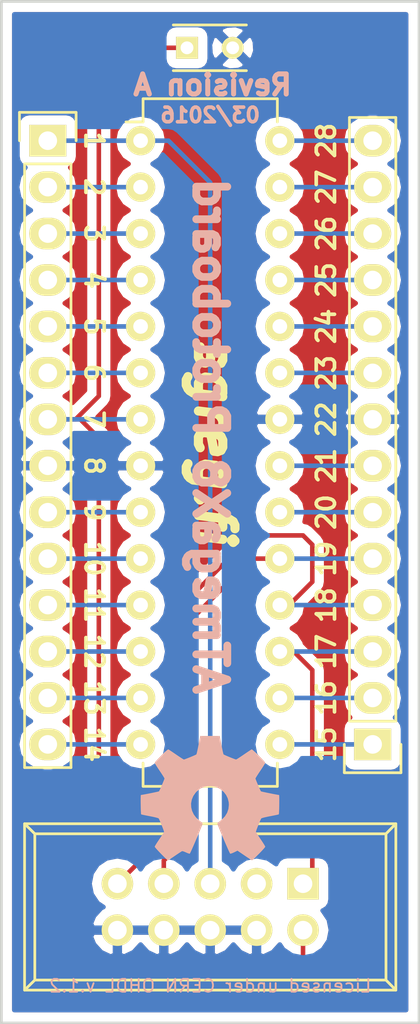
<source format=kicad_pcb>
(kicad_pcb (version 4) (host pcbnew 4.0.2-4+6225~38~ubuntu15.10.1-stable)

  (general
    (links 40)
    (no_connects 0)
    (area 128.194999 65.0026 151.205001 122.8474)
    (thickness 1.6)
    (drawings 37)
    (tracks 62)
    (zones 0)
    (modules 6)
    (nets 28)
  )

  (page A4)
  (layers
    (0 F.Cu signal)
    (31 B.Cu signal)
    (35 F.Paste user)
    (36 B.SilkS user)
    (37 F.SilkS user)
    (38 B.Mask user)
    (39 F.Mask user)
    (44 Edge.Cuts user)
  )

  (setup
    (last_trace_width 0.1524)
    (trace_clearance 0.1524)
    (zone_clearance 0.508)
    (zone_45_only no)
    (trace_min 0.1524)
    (segment_width 0.2)
    (edge_width 0.15)
    (via_size 0.6858)
    (via_drill 0.3302)
    (via_min_size 0.6858)
    (via_min_drill 0.3302)
    (uvia_size 0.762)
    (uvia_drill 0.508)
    (uvias_allowed no)
    (uvia_min_size 0)
    (uvia_min_drill 0)
    (pcb_text_width 0.3)
    (pcb_text_size 1.5 1.5)
    (mod_edge_width 0.15)
    (mod_text_size 1 1)
    (mod_text_width 0.15)
    (pad_size 1.524 1.524)
    (pad_drill 0.762)
    (pad_to_mask_clearance 0.2)
    (aux_axis_origin 0 0)
    (visible_elements FFFFFF7F)
    (pcbplotparams
      (layerselection 0x010f0_80000001)
      (usegerberextensions true)
      (excludeedgelayer true)
      (linewidth 0.100000)
      (plotframeref false)
      (viasonmask false)
      (mode 1)
      (useauxorigin false)
      (hpglpennumber 1)
      (hpglpenspeed 20)
      (hpglpendiameter 15)
      (hpglpenoverlay 2)
      (psnegative false)
      (psa4output false)
      (plotreference true)
      (plotvalue true)
      (plotinvisibletext false)
      (padsonsilk false)
      (subtractmaskfromsilk false)
      (outputformat 1)
      (mirror false)
      (drillshape 0)
      (scaleselection 1)
      (outputdirectory Gerber/))
  )

  (net 0 "")
  (net 1 /VCC)
  (net 2 /GND)
  (net 3 /RESET)
  (net 4 /PD0)
  (net 5 /PD1)
  (net 6 /PD2)
  (net 7 /PD3)
  (net 8 /PD4)
  (net 9 /PB6)
  (net 10 /PB7)
  (net 11 /PD5)
  (net 12 /PD6)
  (net 13 /PD7)
  (net 14 /PB0)
  (net 15 /PB1)
  (net 16 /PB2)
  (net 17 /PB3)
  (net 18 /PB4)
  (net 19 /PB5)
  (net 20 /AVCC)
  (net 21 /AREF)
  (net 22 /PC0)
  (net 23 /PC1)
  (net 24 /PC2)
  (net 25 /PC3)
  (net 26 /PC4)
  (net 27 /PC5)

  (net_class Default "This is the default net class."
    (clearance 0.1524)
    (trace_width 0.1524)
    (via_dia 0.6858)
    (via_drill 0.3302)
    (uvia_dia 0.762)
    (uvia_drill 0.508)
    (add_net /AREF)
    (add_net /AVCC)
    (add_net /GND)
    (add_net /PB0)
    (add_net /PB1)
    (add_net /PB2)
    (add_net /PB3)
    (add_net /PB4)
    (add_net /PB5)
    (add_net /PB6)
    (add_net /PB7)
    (add_net /PC0)
    (add_net /PC1)
    (add_net /PC2)
    (add_net /PC3)
    (add_net /PC4)
    (add_net /PC5)
    (add_net /PD0)
    (add_net /PD1)
    (add_net /PD2)
    (add_net /PD3)
    (add_net /PD4)
    (add_net /PD5)
    (add_net /PD6)
    (add_net /PD7)
    (add_net /RESET)
    (add_net /VCC)
  )

  (module Capacitors_ThroughHole:C_Rect_L4_W2.5_P2.5 (layer F.Cu) (tedit 56DA1F57) (tstamp 56DA1F30)
    (at 138.43 68.58)
    (descr "Film Capacitor Length 4mm x Width 2.5mm, Pitch 2.5mm")
    (tags Capacitor)
    (path /56DA16B2)
    (fp_text reference C1 (at 1.25 -2.5) (layer F.SilkS) hide
      (effects (font (size 1 1) (thickness 0.15)))
    )
    (fp_text value 100n (at 1.25 2.5) (layer F.Fab) hide
      (effects (font (size 1 1) (thickness 0.15)))
    )
    (fp_line (start -1 -1.5) (end 3.5 -1.5) (layer F.CrtYd) (width 0.05))
    (fp_line (start 3.5 -1.5) (end 3.5 1.5) (layer F.CrtYd) (width 0.05))
    (fp_line (start 3.5 1.5) (end -1 1.5) (layer F.CrtYd) (width 0.05))
    (fp_line (start -1 1.5) (end -1 -1.5) (layer F.CrtYd) (width 0.05))
    (fp_line (start -0.75 -1.25) (end 3.25 -1.25) (layer F.SilkS) (width 0.15))
    (fp_line (start -0.75 1.25) (end 3.25 1.25) (layer F.SilkS) (width 0.15))
    (pad 1 thru_hole rect (at 0 0) (size 1.2 1.2) (drill 0.7) (layers *.Cu *.Mask F.SilkS)
      (net 1 /VCC))
    (pad 2 thru_hole circle (at 2.5 0) (size 1.2 1.2) (drill 0.7) (layers *.Cu *.Mask F.SilkS)
      (net 2 /GND))
  )

  (module Housings_DIP:DIP-28_W7.62mm (layer F.Cu) (tedit 56DA1F4A) (tstamp 56DA1F50)
    (at 135.89 73.66)
    (descr "28-lead dip package, row spacing 7.62 mm (300 mils)")
    (tags "dil dip 2.54 300")
    (path /56DA1270)
    (fp_text reference IC1 (at 0 -5.22) (layer F.SilkS) hide
      (effects (font (size 1 1) (thickness 0.15)))
    )
    (fp_text value ATMEGA328-P (at 0 -3.72) (layer F.Fab) hide
      (effects (font (size 1 1) (thickness 0.15)))
    )
    (fp_line (start -1.05 -2.45) (end -1.05 35.5) (layer F.CrtYd) (width 0.05))
    (fp_line (start 8.65 -2.45) (end 8.65 35.5) (layer F.CrtYd) (width 0.05))
    (fp_line (start -1.05 -2.45) (end 8.65 -2.45) (layer F.CrtYd) (width 0.05))
    (fp_line (start -1.05 35.5) (end 8.65 35.5) (layer F.CrtYd) (width 0.05))
    (fp_line (start 0.135 -2.295) (end 0.135 -1.025) (layer F.SilkS) (width 0.15))
    (fp_line (start 7.485 -2.295) (end 7.485 -1.025) (layer F.SilkS) (width 0.15))
    (fp_line (start 7.485 35.315) (end 7.485 34.045) (layer F.SilkS) (width 0.15))
    (fp_line (start 0.135 35.315) (end 0.135 34.045) (layer F.SilkS) (width 0.15))
    (fp_line (start 0.135 -2.295) (end 7.485 -2.295) (layer F.SilkS) (width 0.15))
    (fp_line (start 0.135 35.315) (end 7.485 35.315) (layer F.SilkS) (width 0.15))
    (fp_line (start 0.135 -1.025) (end -0.8 -1.025) (layer F.SilkS) (width 0.15))
    (pad 1 thru_hole oval (at 0 0) (size 1.6 1.6) (drill 0.8) (layers *.Cu *.Mask F.SilkS)
      (net 3 /RESET))
    (pad 2 thru_hole oval (at 0 2.54) (size 1.6 1.6) (drill 0.8) (layers *.Cu *.Mask F.SilkS)
      (net 4 /PD0))
    (pad 3 thru_hole oval (at 0 5.08) (size 1.6 1.6) (drill 0.8) (layers *.Cu *.Mask F.SilkS)
      (net 5 /PD1))
    (pad 4 thru_hole oval (at 0 7.62) (size 1.6 1.6) (drill 0.8) (layers *.Cu *.Mask F.SilkS)
      (net 6 /PD2))
    (pad 5 thru_hole oval (at 0 10.16) (size 1.6 1.6) (drill 0.8) (layers *.Cu *.Mask F.SilkS)
      (net 7 /PD3))
    (pad 6 thru_hole oval (at 0 12.7) (size 1.6 1.6) (drill 0.8) (layers *.Cu *.Mask F.SilkS)
      (net 8 /PD4))
    (pad 7 thru_hole oval (at 0 15.24) (size 1.6 1.6) (drill 0.8) (layers *.Cu *.Mask F.SilkS)
      (net 1 /VCC))
    (pad 8 thru_hole oval (at 0 17.78) (size 1.6 1.6) (drill 0.8) (layers *.Cu *.Mask F.SilkS)
      (net 2 /GND))
    (pad 9 thru_hole oval (at 0 20.32) (size 1.6 1.6) (drill 0.8) (layers *.Cu *.Mask F.SilkS)
      (net 9 /PB6))
    (pad 10 thru_hole oval (at 0 22.86) (size 1.6 1.6) (drill 0.8) (layers *.Cu *.Mask F.SilkS)
      (net 10 /PB7))
    (pad 11 thru_hole oval (at 0 25.4) (size 1.6 1.6) (drill 0.8) (layers *.Cu *.Mask F.SilkS)
      (net 11 /PD5))
    (pad 12 thru_hole oval (at 0 27.94) (size 1.6 1.6) (drill 0.8) (layers *.Cu *.Mask F.SilkS)
      (net 12 /PD6))
    (pad 13 thru_hole oval (at 0 30.48) (size 1.6 1.6) (drill 0.8) (layers *.Cu *.Mask F.SilkS)
      (net 13 /PD7))
    (pad 14 thru_hole oval (at 0 33.02) (size 1.6 1.6) (drill 0.8) (layers *.Cu *.Mask F.SilkS)
      (net 14 /PB0))
    (pad 15 thru_hole oval (at 7.62 33.02) (size 1.6 1.6) (drill 0.8) (layers *.Cu *.Mask F.SilkS)
      (net 15 /PB1))
    (pad 16 thru_hole oval (at 7.62 30.48) (size 1.6 1.6) (drill 0.8) (layers *.Cu *.Mask F.SilkS)
      (net 16 /PB2))
    (pad 17 thru_hole oval (at 7.62 27.94) (size 1.6 1.6) (drill 0.8) (layers *.Cu *.Mask F.SilkS)
      (net 17 /PB3))
    (pad 18 thru_hole oval (at 7.62 25.4) (size 1.6 1.6) (drill 0.8) (layers *.Cu *.Mask F.SilkS)
      (net 18 /PB4))
    (pad 19 thru_hole oval (at 7.62 22.86) (size 1.6 1.6) (drill 0.8) (layers *.Cu *.Mask F.SilkS)
      (net 19 /PB5))
    (pad 20 thru_hole oval (at 7.62 20.32) (size 1.6 1.6) (drill 0.8) (layers *.Cu *.Mask F.SilkS)
      (net 20 /AVCC))
    (pad 21 thru_hole oval (at 7.62 17.78) (size 1.6 1.6) (drill 0.8) (layers *.Cu *.Mask F.SilkS)
      (net 21 /AREF))
    (pad 22 thru_hole oval (at 7.62 15.24) (size 1.6 1.6) (drill 0.8) (layers *.Cu *.Mask F.SilkS)
      (net 2 /GND))
    (pad 23 thru_hole oval (at 7.62 12.7) (size 1.6 1.6) (drill 0.8) (layers *.Cu *.Mask F.SilkS)
      (net 22 /PC0))
    (pad 24 thru_hole oval (at 7.62 10.16) (size 1.6 1.6) (drill 0.8) (layers *.Cu *.Mask F.SilkS)
      (net 23 /PC1))
    (pad 25 thru_hole oval (at 7.62 7.62) (size 1.6 1.6) (drill 0.8) (layers *.Cu *.Mask F.SilkS)
      (net 24 /PC2))
    (pad 26 thru_hole oval (at 7.62 5.08) (size 1.6 1.6) (drill 0.8) (layers *.Cu *.Mask F.SilkS)
      (net 25 /PC3))
    (pad 27 thru_hole oval (at 7.62 2.54) (size 1.6 1.6) (drill 0.8) (layers *.Cu *.Mask F.SilkS)
      (net 26 /PC4))
    (pad 28 thru_hole oval (at 7.62 0) (size 1.6 1.6) (drill 0.8) (layers *.Cu *.Mask F.SilkS)
      (net 27 /PC5))
    (model Housings_DIP.3dshapes/DIP-28_W7.62mm.wrl
      (at (xyz 0 0 0))
      (scale (xyz 1 1 1))
      (rotate (xyz 0 0 0))
    )
  )

  (module Socket_Strips:Socket_Strip_Straight_1x14 (layer F.Cu) (tedit 56DA1F42) (tstamp 56DA1F62)
    (at 130.81 73.66 270)
    (descr "Through hole socket strip")
    (tags "socket strip")
    (path /56DA143A)
    (fp_text reference P1 (at 0 -5.1 270) (layer F.SilkS) hide
      (effects (font (size 1 1) (thickness 0.15)))
    )
    (fp_text value CONN1 (at 0 -3.1 270) (layer F.Fab) hide
      (effects (font (size 1 1) (thickness 0.15)))
    )
    (fp_line (start -1.75 -1.75) (end -1.75 1.75) (layer F.CrtYd) (width 0.05))
    (fp_line (start 34.8 -1.75) (end 34.8 1.75) (layer F.CrtYd) (width 0.05))
    (fp_line (start -1.75 -1.75) (end 34.8 -1.75) (layer F.CrtYd) (width 0.05))
    (fp_line (start -1.75 1.75) (end 34.8 1.75) (layer F.CrtYd) (width 0.05))
    (fp_line (start 1.27 -1.27) (end 34.29 -1.27) (layer F.SilkS) (width 0.15))
    (fp_line (start 34.29 -1.27) (end 34.29 1.27) (layer F.SilkS) (width 0.15))
    (fp_line (start 34.29 1.27) (end 1.27 1.27) (layer F.SilkS) (width 0.15))
    (fp_line (start -1.55 1.55) (end 0 1.55) (layer F.SilkS) (width 0.15))
    (fp_line (start 1.27 1.27) (end 1.27 -1.27) (layer F.SilkS) (width 0.15))
    (fp_line (start 0 -1.55) (end -1.55 -1.55) (layer F.SilkS) (width 0.15))
    (fp_line (start -1.55 -1.55) (end -1.55 1.55) (layer F.SilkS) (width 0.15))
    (pad 1 thru_hole rect (at 0 0 270) (size 1.7272 2.032) (drill 1.016) (layers *.Cu *.Mask F.SilkS)
      (net 3 /RESET))
    (pad 2 thru_hole oval (at 2.54 0 270) (size 1.7272 2.032) (drill 1.016) (layers *.Cu *.Mask F.SilkS)
      (net 4 /PD0))
    (pad 3 thru_hole oval (at 5.08 0 270) (size 1.7272 2.032) (drill 1.016) (layers *.Cu *.Mask F.SilkS)
      (net 5 /PD1))
    (pad 4 thru_hole oval (at 7.62 0 270) (size 1.7272 2.032) (drill 1.016) (layers *.Cu *.Mask F.SilkS)
      (net 6 /PD2))
    (pad 5 thru_hole oval (at 10.16 0 270) (size 1.7272 2.032) (drill 1.016) (layers *.Cu *.Mask F.SilkS)
      (net 7 /PD3))
    (pad 6 thru_hole oval (at 12.7 0 270) (size 1.7272 2.032) (drill 1.016) (layers *.Cu *.Mask F.SilkS)
      (net 8 /PD4))
    (pad 7 thru_hole oval (at 15.24 0 270) (size 1.7272 2.032) (drill 1.016) (layers *.Cu *.Mask F.SilkS)
      (net 1 /VCC))
    (pad 8 thru_hole oval (at 17.78 0 270) (size 1.7272 2.032) (drill 1.016) (layers *.Cu *.Mask F.SilkS)
      (net 2 /GND))
    (pad 9 thru_hole oval (at 20.32 0 270) (size 1.7272 2.032) (drill 1.016) (layers *.Cu *.Mask F.SilkS)
      (net 9 /PB6))
    (pad 10 thru_hole oval (at 22.86 0 270) (size 1.7272 2.032) (drill 1.016) (layers *.Cu *.Mask F.SilkS)
      (net 10 /PB7))
    (pad 11 thru_hole oval (at 25.4 0 270) (size 1.7272 2.032) (drill 1.016) (layers *.Cu *.Mask F.SilkS)
      (net 11 /PD5))
    (pad 12 thru_hole oval (at 27.94 0 270) (size 1.7272 2.032) (drill 1.016) (layers *.Cu *.Mask F.SilkS)
      (net 12 /PD6))
    (pad 13 thru_hole oval (at 30.48 0 270) (size 1.7272 2.032) (drill 1.016) (layers *.Cu *.Mask F.SilkS)
      (net 13 /PD7))
    (pad 14 thru_hole oval (at 33.02 0 270) (size 1.7272 2.032) (drill 1.016) (layers *.Cu *.Mask F.SilkS)
      (net 14 /PB0))
    (model Socket_Strips.3dshapes/Socket_Strip_Straight_1x14.wrl
      (at (xyz 0.65 0 0))
      (scale (xyz 1 1 1))
      (rotate (xyz 0 0 180))
    )
  )

  (module Socket_Strips:Socket_Strip_Straight_1x14 (layer F.Cu) (tedit 56DA1F60) (tstamp 56DA1F74)
    (at 148.59 106.68 90)
    (descr "Through hole socket strip")
    (tags "socket strip")
    (path /56DA12E7)
    (fp_text reference P2 (at 0 -5.1 90) (layer F.SilkS) hide
      (effects (font (size 1 1) (thickness 0.15)))
    )
    (fp_text value CONN2 (at 0 -3.1 90) (layer F.Fab) hide
      (effects (font (size 1 1) (thickness 0.15)))
    )
    (fp_line (start -1.75 -1.75) (end -1.75 1.75) (layer F.CrtYd) (width 0.05))
    (fp_line (start 34.8 -1.75) (end 34.8 1.75) (layer F.CrtYd) (width 0.05))
    (fp_line (start -1.75 -1.75) (end 34.8 -1.75) (layer F.CrtYd) (width 0.05))
    (fp_line (start -1.75 1.75) (end 34.8 1.75) (layer F.CrtYd) (width 0.05))
    (fp_line (start 1.27 -1.27) (end 34.29 -1.27) (layer F.SilkS) (width 0.15))
    (fp_line (start 34.29 -1.27) (end 34.29 1.27) (layer F.SilkS) (width 0.15))
    (fp_line (start 34.29 1.27) (end 1.27 1.27) (layer F.SilkS) (width 0.15))
    (fp_line (start -1.55 1.55) (end 0 1.55) (layer F.SilkS) (width 0.15))
    (fp_line (start 1.27 1.27) (end 1.27 -1.27) (layer F.SilkS) (width 0.15))
    (fp_line (start 0 -1.55) (end -1.55 -1.55) (layer F.SilkS) (width 0.15))
    (fp_line (start -1.55 -1.55) (end -1.55 1.55) (layer F.SilkS) (width 0.15))
    (pad 1 thru_hole rect (at 0 0 90) (size 1.7272 2.032) (drill 1.016) (layers *.Cu *.Mask F.SilkS)
      (net 15 /PB1))
    (pad 2 thru_hole oval (at 2.54 0 90) (size 1.7272 2.032) (drill 1.016) (layers *.Cu *.Mask F.SilkS)
      (net 16 /PB2))
    (pad 3 thru_hole oval (at 5.08 0 90) (size 1.7272 2.032) (drill 1.016) (layers *.Cu *.Mask F.SilkS)
      (net 17 /PB3))
    (pad 4 thru_hole oval (at 7.62 0 90) (size 1.7272 2.032) (drill 1.016) (layers *.Cu *.Mask F.SilkS)
      (net 18 /PB4))
    (pad 5 thru_hole oval (at 10.16 0 90) (size 1.7272 2.032) (drill 1.016) (layers *.Cu *.Mask F.SilkS)
      (net 19 /PB5))
    (pad 6 thru_hole oval (at 12.7 0 90) (size 1.7272 2.032) (drill 1.016) (layers *.Cu *.Mask F.SilkS)
      (net 20 /AVCC))
    (pad 7 thru_hole oval (at 15.24 0 90) (size 1.7272 2.032) (drill 1.016) (layers *.Cu *.Mask F.SilkS)
      (net 21 /AREF))
    (pad 8 thru_hole oval (at 17.78 0 90) (size 1.7272 2.032) (drill 1.016) (layers *.Cu *.Mask F.SilkS)
      (net 2 /GND))
    (pad 9 thru_hole oval (at 20.32 0 90) (size 1.7272 2.032) (drill 1.016) (layers *.Cu *.Mask F.SilkS)
      (net 22 /PC0))
    (pad 10 thru_hole oval (at 22.86 0 90) (size 1.7272 2.032) (drill 1.016) (layers *.Cu *.Mask F.SilkS)
      (net 23 /PC1))
    (pad 11 thru_hole oval (at 25.4 0 90) (size 1.7272 2.032) (drill 1.016) (layers *.Cu *.Mask F.SilkS)
      (net 24 /PC2))
    (pad 12 thru_hole oval (at 27.94 0 90) (size 1.7272 2.032) (drill 1.016) (layers *.Cu *.Mask F.SilkS)
      (net 25 /PC3))
    (pad 13 thru_hole oval (at 30.48 0 90) (size 1.7272 2.032) (drill 1.016) (layers *.Cu *.Mask F.SilkS)
      (net 26 /PC4))
    (pad 14 thru_hole oval (at 33.02 0 90) (size 1.7272 2.032) (drill 1.016) (layers *.Cu *.Mask F.SilkS)
      (net 27 /PC5))
    (model Socket_Strips.3dshapes/Socket_Strip_Straight_1x14.wrl
      (at (xyz 0.65 0 0))
      (scale (xyz 1 1 1))
      (rotate (xyz 0 0 180))
    )
  )

  (module Connect:IDC_Header_Straight_10pins (layer F.Cu) (tedit 56DA1F51) (tstamp 56DA1F82)
    (at 144.78 114.3 180)
    (descr "10 pins through hole IDC header")
    (tags "IDC header socket VASCH")
    (path /56DA1645)
    (fp_text reference P3 (at 5.08 -7.62 180) (layer F.SilkS) hide
      (effects (font (size 1 1) (thickness 0.15)))
    )
    (fp_text value SERPROG (at 5.08 5.223 180) (layer F.Fab) hide
      (effects (font (size 1 1) (thickness 0.15)))
    )
    (fp_line (start -5.08 -5.82) (end 15.24 -5.82) (layer F.SilkS) (width 0.15))
    (fp_line (start -4.54 -5.27) (end 14.68 -5.27) (layer F.SilkS) (width 0.15))
    (fp_line (start -5.08 3.28) (end 15.24 3.28) (layer F.SilkS) (width 0.15))
    (fp_line (start -4.54 2.73) (end 2.83 2.73) (layer F.SilkS) (width 0.15))
    (fp_line (start 7.33 2.73) (end 14.68 2.73) (layer F.SilkS) (width 0.15))
    (fp_line (start 2.83 2.73) (end 2.83 3.28) (layer F.SilkS) (width 0.15))
    (fp_line (start 7.33 2.73) (end 7.33 3.28) (layer F.SilkS) (width 0.15))
    (fp_line (start -5.08 -5.82) (end -5.08 3.28) (layer F.SilkS) (width 0.15))
    (fp_line (start -4.54 -5.27) (end -4.54 2.73) (layer F.SilkS) (width 0.15))
    (fp_line (start 15.24 -5.82) (end 15.24 3.28) (layer F.SilkS) (width 0.15))
    (fp_line (start 14.68 -5.27) (end 14.68 2.73) (layer F.SilkS) (width 0.15))
    (fp_line (start -5.08 -5.82) (end -4.54 -5.27) (layer F.SilkS) (width 0.15))
    (fp_line (start 15.24 -5.82) (end 14.68 -5.27) (layer F.SilkS) (width 0.15))
    (fp_line (start -5.08 3.28) (end -4.54 2.73) (layer F.SilkS) (width 0.15))
    (fp_line (start 15.24 3.28) (end 14.68 2.73) (layer F.SilkS) (width 0.15))
    (fp_line (start -5.35 -6.05) (end 15.5 -6.05) (layer F.CrtYd) (width 0.05))
    (fp_line (start 15.5 -6.05) (end 15.5 3.55) (layer F.CrtYd) (width 0.05))
    (fp_line (start 15.5 3.55) (end -5.35 3.55) (layer F.CrtYd) (width 0.05))
    (fp_line (start -5.35 3.55) (end -5.35 -6.05) (layer F.CrtYd) (width 0.05))
    (pad 1 thru_hole rect (at 0 0 180) (size 1.7272 1.7272) (drill 1.016) (layers *.Cu *.Mask F.SilkS)
      (net 17 /PB3))
    (pad 2 thru_hole oval (at 0 -2.54 180) (size 1.7272 1.7272) (drill 1.016) (layers *.Cu *.Mask F.SilkS)
      (net 1 /VCC))
    (pad 3 thru_hole oval (at 2.54 0 180) (size 1.7272 1.7272) (drill 1.016) (layers *.Cu *.Mask F.SilkS))
    (pad 4 thru_hole oval (at 2.54 -2.54 180) (size 1.7272 1.7272) (drill 1.016) (layers *.Cu *.Mask F.SilkS)
      (net 2 /GND))
    (pad 5 thru_hole oval (at 5.08 0 180) (size 1.7272 1.7272) (drill 1.016) (layers *.Cu *.Mask F.SilkS)
      (net 3 /RESET))
    (pad 6 thru_hole oval (at 5.08 -2.54 180) (size 1.7272 1.7272) (drill 1.016) (layers *.Cu *.Mask F.SilkS)
      (net 2 /GND))
    (pad 7 thru_hole oval (at 7.62 0 180) (size 1.7272 1.7272) (drill 1.016) (layers *.Cu *.Mask F.SilkS)
      (net 19 /PB5))
    (pad 8 thru_hole oval (at 7.62 -2.54 180) (size 1.7272 1.7272) (drill 1.016) (layers *.Cu *.Mask F.SilkS)
      (net 2 /GND))
    (pad 9 thru_hole oval (at 10.16 0 180) (size 1.7272 1.7272) (drill 1.016) (layers *.Cu *.Mask F.SilkS)
      (net 18 /PB4))
    (pad 10 thru_hole oval (at 10.16 -2.54 180) (size 1.7272 1.7272) (drill 1.016) (layers *.Cu *.Mask F.SilkS)
      (net 2 /GND))
  )

  (module Artwork_4chord-midi:oshw (layer B.Cu) (tedit 0) (tstamp 56DA2D16)
    (at 139.7 109.601 180)
    (fp_text reference G*** (at 0 0 180) (layer B.SilkS) hide
      (effects (font (thickness 0.3)) (justify mirror))
    )
    (fp_text value LOGO (at 0.75 0 180) (layer B.SilkS) hide
      (effects (font (thickness 0.3)) (justify mirror))
    )
    (fp_poly (pts (xy 0.64047 2.889672) (xy 0.670098 2.736551) (xy 0.698254 2.600356) (xy 0.723117 2.489182)
      (xy 0.742866 2.411128) (xy 0.75568 2.37429) (xy 0.756643 2.373046) (xy 0.788504 2.354888)
      (xy 0.8571 2.32307) (xy 0.951446 2.282082) (xy 1.060556 2.236414) (xy 1.173444 2.190554)
      (xy 1.279124 2.148993) (xy 1.366611 2.11622) (xy 1.42492 2.096724) (xy 1.441256 2.093266)
      (xy 1.470221 2.107113) (xy 1.533986 2.145629) (xy 1.625474 2.204277) (xy 1.737608 2.278519)
      (xy 1.863314 2.36382) (xy 1.864193 2.364424) (xy 1.990656 2.45071) (xy 2.104075 2.527104)
      (xy 2.197204 2.588805) (xy 2.262792 2.631009) (xy 2.2935 2.648878) (xy 2.321564 2.635863)
      (xy 2.377672 2.592097) (xy 2.455103 2.524219) (xy 2.547138 2.438868) (xy 2.647056 2.342686)
      (xy 2.748137 2.242312) (xy 2.843662 2.144387) (xy 2.926911 2.055549) (xy 2.991164 1.98244)
      (xy 3.029701 1.931699) (xy 3.037789 1.913435) (xy 3.023934 1.880434) (xy 2.985416 1.812953)
      (xy 2.926805 1.718373) (xy 2.85267 1.604071) (xy 2.769749 1.480603) (xy 2.685 1.354791)
      (xy 2.611274 1.242206) (xy 2.55312 1.15005) (xy 2.515083 1.085528) (xy 2.501708 1.056012)
      (xy 2.511533 1.021422) (xy 2.537966 0.951032) (xy 2.576444 0.8555) (xy 2.622403 0.745482)
      (xy 2.67128 0.631637) (xy 2.718513 0.524623) (xy 2.759538 0.435098) (xy 2.789791 0.37372)
      (xy 2.803062 0.352154) (xy 2.830915 0.343432) (xy 2.899522 0.327195) (xy 2.999456 0.305335)
      (xy 3.121288 0.279747) (xy 3.255592 0.252322) (xy 3.392939 0.224953) (xy 3.523903 0.199533)
      (xy 3.639056 0.177955) (xy 3.728971 0.162111) (xy 3.78422 0.153895) (xy 3.794194 0.153166)
      (xy 3.799541 0.12918) (xy 3.803123 0.063315) (xy 3.805079 -0.035287) (xy 3.805545 -0.157484)
      (xy 3.804662 -0.294135) (xy 3.802566 -0.436098) (xy 3.799395 -0.574233) (xy 3.795288 -0.699397)
      (xy 3.790383 -0.80245) (xy 3.784818 -0.874249) (xy 3.778731 -0.905654) (xy 3.778194 -0.906167)
      (xy 3.745912 -0.91576) (xy 3.671971 -0.932709) (xy 3.564934 -0.955207) (xy 3.433369 -0.981447)
      (xy 3.304036 -1.00621) (xy 3.15499 -1.03581) (xy 3.023696 -1.064907) (xy 2.918664 -1.091384)
      (xy 2.848402 -1.113123) (xy 2.822613 -1.126024) (xy 2.801725 -1.161981) (xy 2.76767 -1.234727)
      (xy 2.724824 -1.333408) (xy 2.677561 -1.447169) (xy 2.630256 -1.565157) (xy 2.587284 -1.676517)
      (xy 2.553021 -1.770395) (xy 2.53184 -1.835936) (xy 2.527141 -1.859089) (xy 2.541084 -1.890255)
      (xy 2.579699 -1.955693) (xy 2.638262 -2.047933) (xy 2.712049 -2.159503) (xy 2.782513 -2.262948)
      (xy 2.865598 -2.385735) (xy 2.937376 -2.496326) (xy 2.993097 -2.587032) (xy 3.028013 -2.650166)
      (xy 3.037789 -2.676161) (xy 3.02058 -2.704816) (xy 2.973437 -2.761962) (xy 2.903086 -2.840681)
      (xy 2.816253 -2.934057) (xy 2.719665 -3.035174) (xy 2.620047 -3.137116) (xy 2.524126 -3.232965)
      (xy 2.438628 -3.315807) (xy 2.370278 -3.378724) (xy 2.325804 -3.414801) (xy 2.313719 -3.420703)
      (xy 2.286552 -3.406926) (xy 2.224849 -3.368779) (xy 2.135991 -3.311037) (xy 2.027362 -3.238477)
      (xy 1.937763 -3.177484) (xy 1.817309 -3.095568) (xy 1.709359 -3.023487) (xy 1.621837 -2.96643)
      (xy 1.562666 -2.929582) (xy 1.542131 -2.918503) (xy 1.500072 -2.921412) (xy 1.427316 -2.943964)
      (xy 1.33813 -2.981625) (xy 1.327437 -2.986734) (xy 1.239165 -3.025589) (xy 1.165842 -3.050898)
      (xy 1.121565 -3.057915) (xy 1.118367 -3.057122) (xy 1.103052 -3.032305) (xy 1.071056 -2.966864)
      (xy 1.025187 -2.86736) (xy 0.968257 -2.740358) (xy 0.903075 -2.59242) (xy 0.832451 -2.430109)
      (xy 0.759196 -2.25999) (xy 0.686118 -2.088624) (xy 0.616029 -1.922574) (xy 0.551738 -1.768405)
      (xy 0.496055 -1.632679) (xy 0.45179 -1.521959) (xy 0.421754 -1.442808) (xy 0.408756 -1.401789)
      (xy 0.408442 -1.399006) (xy 0.427565 -1.377774) (xy 0.47863 -1.33451) (xy 0.552177 -1.27706)
      (xy 0.586148 -1.251586) (xy 0.764056 -1.0918) (xy 0.899483 -0.911344) (xy 0.992014 -0.715978)
      (xy 1.041233 -0.511461) (xy 1.046726 -0.303552) (xy 1.008078 -0.09801) (xy 0.924873 0.099405)
      (xy 0.796696 0.282935) (xy 0.703686 0.37882) (xy 0.527636 0.509759) (xy 0.338522 0.595728)
      (xy 0.142041 0.63924) (xy -0.056112 0.642807) (xy -0.25024 0.608944) (xy -0.434649 0.540164)
      (xy -0.603642 0.43898) (xy -0.751524 0.307906) (xy -0.872599 0.149454) (xy -0.961171 -0.033861)
      (xy -1.011544 -0.239526) (xy -1.021106 -0.382278) (xy -0.996973 -0.610942) (xy -0.92507 -0.822294)
      (xy -0.806135 -1.014937) (xy -0.640909 -1.187474) (xy -0.560621 -1.251586) (xy -0.480668 -1.312545)
      (xy -0.419373 -1.36249) (xy -0.386195 -1.393576) (xy -0.382915 -1.399006) (xy -0.392627 -1.432796)
      (xy -0.419889 -1.505854) (xy -0.461888 -1.611614) (xy -0.515813 -1.743514) (xy -0.578849 -1.894991)
      (xy -0.648186 -2.059481) (xy -0.721011 -2.230421) (xy -0.794511 -2.401249) (xy -0.865874 -2.565399)
      (xy -0.932288 -2.71631) (xy -0.990939 -2.847418) (xy -1.039017 -2.95216) (xy -1.073708 -3.023973)
      (xy -1.092199 -3.056292) (xy -1.093544 -3.057392) (xy -1.132254 -3.053219) (xy -1.202373 -3.029686)
      (xy -1.290304 -2.991543) (xy -1.311532 -2.981245) (xy -1.493367 -2.891223) (xy -1.880328 -3.155963)
      (xy -2.004404 -3.240073) (xy -2.11439 -3.313161) (xy -2.203243 -3.370665) (xy -2.263921 -3.408024)
      (xy -2.289112 -3.420703) (xy -2.313092 -3.403434) (xy -2.36701 -3.355321) (xy -2.44499 -3.281907)
      (xy -2.541156 -3.188735) (xy -2.64963 -3.081347) (xy -2.661598 -3.069368) (xy -2.770297 -2.958356)
      (xy -2.865285 -2.857324) (xy -2.940976 -2.772547) (xy -2.991782 -2.7103) (xy -3.012117 -2.676859)
      (xy -3.012261 -2.675488) (xy -2.998301 -2.641409) (xy -2.959586 -2.573334) (xy -2.900863 -2.478935)
      (xy -2.82688 -2.365885) (xy -2.756985 -2.262948) (xy -2.674043 -2.140894) (xy -2.602348 -2.031881)
      (xy -2.546622 -1.943379) (xy -2.511591 -1.882859) (xy -2.501614 -1.859089) (xy -2.511088 -1.819716)
      (xy -2.536695 -1.744442) (xy -2.574059 -1.64412) (xy -2.618806 -1.529606) (xy -2.66656 -1.411752)
      (xy -2.712947 -1.301415) (xy -2.753591 -1.209446) (xy -2.784118 -1.146702) (xy -2.797086 -1.126024)
      (xy -2.832128 -1.109809) (xy -2.908984 -1.087103) (xy -3.019146 -1.060024) (xy -3.154104 -1.030689)
      (xy -3.278509 -1.00621) (xy -3.42458 -0.978173) (xy -3.553663 -0.952285) (xy -3.657194 -0.930355)
      (xy -3.726605 -0.914191) (xy -3.752666 -0.906167) (xy -3.758791 -0.878619) (xy -3.764406 -0.809899)
      (xy -3.769373 -0.709149) (xy -3.773553 -0.585509) (xy -3.776808 -0.448121) (xy -3.779001 -0.306128)
      (xy -3.779993 -0.168669) (xy -3.779646 -0.044888) (xy -3.777823 0.056076) (xy -3.774385 0.12508)
      (xy -3.769193 0.152982) (xy -3.768666 0.153166) (xy -3.729137 0.157972) (xy -3.651344 0.171127)
      (xy -3.544713 0.19074) (xy -3.418672 0.214916) (xy -3.282649 0.241764) (xy -3.146071 0.269391)
      (xy -3.018365 0.295904) (xy -2.90896 0.31941) (xy -2.827281 0.338017) (xy -2.782758 0.349832)
      (xy -2.777534 0.352154) (xy -2.758993 0.383818) (xy -2.726083 0.452034) (xy -2.683366 0.546144)
      (xy -2.635405 0.65549) (xy -2.586764 0.769414) (xy -2.542006 0.877258) (xy -2.505694 0.968365)
      (xy -2.482391 1.032076) (xy -2.476181 1.056012) (xy -2.489993 1.086325) (xy -2.528396 1.151358)
      (xy -2.586843 1.243907) (xy -2.660786 1.356767) (xy -2.744221 1.480603) (xy -2.829098 1.607034)
      (xy -2.902909 1.720942) (xy -2.961085 1.81495) (xy -2.999056 1.881678) (xy -3.012261 1.913435)
      (xy -2.994894 1.945312) (xy -2.947272 2.004042) (xy -2.876116 2.082985) (xy -2.788145 2.175501)
      (xy -2.69008 2.274949) (xy -2.588639 2.37469) (xy -2.490544 2.468084) (xy -2.402513 2.54849)
      (xy -2.331268 2.609269) (xy -2.283527 2.643781) (xy -2.267972 2.648878) (xy -2.236853 2.630752)
      (xy -2.171006 2.588366) (xy -2.077679 2.526524) (xy -1.964121 2.450027) (xy -1.838666 2.364424)
      (xy -1.712893 2.279064) (xy -1.600643 2.204731) (xy -1.508991 2.145963) (xy -1.445015 2.107296)
      (xy -1.415792 2.093267) (xy -1.415729 2.093266) (xy -1.379984 2.102737) (xy -1.308527 2.128154)
      (xy -1.212343 2.16503) (xy -1.102418 2.208874) (xy -0.989737 2.255197) (xy -0.885287 2.299509)
      (xy -0.800052 2.337322) (xy -0.745018 2.364146) (xy -0.731115 2.373046) (xy -0.719232 2.404529)
      (xy -0.700201 2.478176) (xy -0.675843 2.585891) (xy -0.647978 2.719576) (xy -0.618428 2.871133)
      (xy -0.614942 2.889672) (xy -0.522655 3.382412) (xy 0.548183 3.382412) (xy 0.64047 2.889672)) (layer B.SilkS) (width 0.002))
  )

  (gr_text sgreg.fi (at 139.954 90.17 270) (layer F.SilkS)
    (effects (font (size 2 2) (thickness 0.5) italic))
  )
  (gr_text "Licensed under CERN OHDL v.1.2" (at 139.7 119.888) (layer B.SilkS)
    (effects (font (size 0.7 0.7) (thickness 0.1)) (justify mirror))
  )
  (gr_text 03/2016 (at 139.7 72.263) (layer B.SilkS)
    (effects (font (size 0.8 0.8) (thickness 0.2)) (justify mirror))
  )
  (gr_text "Revision A" (at 139.827 70.612) (layer B.SilkS)
    (effects (font (size 1.1 1.1) (thickness 0.275)) (justify mirror))
  )
  (gr_text "ATmegaX8 Protoboard" (at 139.7 104.14 270) (layer B.SilkS)
    (effects (font (size 1.7 1.7) (thickness 0.425)) (justify left mirror))
  )
  (gr_text 28 (at 146.05 73.66 90) (layer F.SilkS)
    (effects (font (size 1 1) (thickness 0.2)))
  )
  (gr_text 27 (at 146.05 76.2 90) (layer F.SilkS)
    (effects (font (size 1 1) (thickness 0.2)))
  )
  (gr_text 26 (at 146.05 78.74 90) (layer F.SilkS)
    (effects (font (size 1 1) (thickness 0.2)))
  )
  (gr_text 25 (at 146.05 81.28 90) (layer F.SilkS)
    (effects (font (size 1 1) (thickness 0.2)))
  )
  (gr_text 24 (at 146.05 83.82 90) (layer F.SilkS)
    (effects (font (size 1 1) (thickness 0.2)))
  )
  (gr_text 23 (at 146.05 86.36 90) (layer F.SilkS)
    (effects (font (size 1 1) (thickness 0.2)))
  )
  (gr_text 22 (at 146.05 88.9 90) (layer F.SilkS)
    (effects (font (size 1 1) (thickness 0.2)))
  )
  (gr_text 21 (at 146.05 91.44 90) (layer F.SilkS)
    (effects (font (size 1 1) (thickness 0.2)))
  )
  (gr_text 20 (at 146.05 93.98 90) (layer F.SilkS)
    (effects (font (size 1 1) (thickness 0.2)))
  )
  (gr_text 19 (at 146.05 96.52 90) (layer F.SilkS)
    (effects (font (size 1 1) (thickness 0.2)))
  )
  (gr_text 18 (at 146.05 99.06 90) (layer F.SilkS)
    (effects (font (size 1 1) (thickness 0.2)))
  )
  (gr_text 17 (at 146.05 101.6 90) (layer F.SilkS)
    (effects (font (size 1 1) (thickness 0.2)))
  )
  (gr_text 16 (at 146.05 104.14 90) (layer F.SilkS)
    (effects (font (size 1 1) (thickness 0.2)))
  )
  (gr_text 15 (at 146.05 106.68 90) (layer F.SilkS)
    (effects (font (size 1 1) (thickness 0.2)))
  )
  (gr_text 14 (at 133.35 106.68 270) (layer F.SilkS)
    (effects (font (size 1 1) (thickness 0.2)))
  )
  (gr_text 13 (at 133.35 104.14 270) (layer F.SilkS)
    (effects (font (size 1 1) (thickness 0.2)))
  )
  (gr_text 12 (at 133.35 101.6 270) (layer F.SilkS)
    (effects (font (size 1 1) (thickness 0.2)))
  )
  (gr_text 11 (at 133.35 99.06 270) (layer F.SilkS)
    (effects (font (size 1 1) (thickness 0.2)))
  )
  (gr_text 10 (at 133.35 96.52 270) (layer F.SilkS)
    (effects (font (size 1 1) (thickness 0.2)))
  )
  (gr_text 9 (at 133.35 93.98 270) (layer F.SilkS)
    (effects (font (size 1 1) (thickness 0.2)))
  )
  (gr_text 8 (at 133.35 91.44 270) (layer F.SilkS)
    (effects (font (size 1 1) (thickness 0.2)))
  )
  (gr_text 7 (at 133.35 88.9 270) (layer F.SilkS)
    (effects (font (size 1 1) (thickness 0.2)))
  )
  (gr_text 6 (at 133.35 86.36 270) (layer F.SilkS)
    (effects (font (size 1 1) (thickness 0.2)))
  )
  (gr_text 5 (at 133.35 83.82 270) (layer F.SilkS)
    (effects (font (size 1 1) (thickness 0.2)))
  )
  (gr_text 4 (at 133.35 81.28 270) (layer F.SilkS)
    (effects (font (size 1 1) (thickness 0.2)))
  )
  (gr_text 3 (at 133.35 78.74 270) (layer F.SilkS)
    (effects (font (size 1 1) (thickness 0.2)))
  )
  (gr_text 2 (at 133.35 76.2 270) (layer F.SilkS)
    (effects (font (size 1 1) (thickness 0.2)))
  )
  (gr_text 1 (at 133.35 73.66 270) (layer F.SilkS)
    (effects (font (size 1 1) (thickness 0.2)))
  )
  (gr_line (start 128.27 121.92) (end 128.27 66.04) (angle 90) (layer Edge.Cuts) (width 0.15))
  (gr_line (start 151.13 121.92) (end 128.27 121.92) (angle 90) (layer Edge.Cuts) (width 0.15))
  (gr_line (start 151.13 66.04) (end 151.13 121.92) (angle 90) (layer Edge.Cuts) (width 0.15))
  (gr_line (start 128.27 66.04) (end 151.13 66.04) (angle 90) (layer Edge.Cuts) (width 0.15))

  (segment (start 130.81 88.9) (end 132.588 88.9) (width 0.25) (layer F.Cu) (net 1))
  (segment (start 144.78 118.364) (end 144.78 116.84) (width 0.25) (layer F.Cu) (net 1) (tstamp 56DA289B))
  (segment (start 143.256 119.888) (end 144.78 118.364) (width 0.25) (layer F.Cu) (net 1) (tstamp 56DA289A))
  (segment (start 134.112 119.888) (end 143.256 119.888) (width 0.25) (layer F.Cu) (net 1) (tstamp 56DA2896))
  (segment (start 132.08 117.856) (end 134.112 119.888) (width 0.25) (layer F.Cu) (net 1) (tstamp 56DA2891))
  (segment (start 132.08 112.776) (end 132.08 117.856) (width 0.25) (layer F.Cu) (net 1) (tstamp 56DA288C))
  (segment (start 133.604 111.252) (end 132.08 112.776) (width 0.25) (layer F.Cu) (net 1) (tstamp 56DA2888))
  (segment (start 133.604 89.916) (end 133.604 111.252) (width 0.25) (layer F.Cu) (net 1) (tstamp 56DA2882))
  (segment (start 132.588 88.9) (end 133.604 89.916) (width 0.25) (layer F.Cu) (net 1) (tstamp 56DA2880))
  (segment (start 130.81 88.9) (end 132.334 88.9) (width 0.25) (layer F.Cu) (net 1))
  (segment (start 136.144 68.58) (end 138.43 68.58) (width 0.25) (layer F.Cu) (net 1) (tstamp 56DA2559))
  (segment (start 133.604 71.12) (end 136.144 68.58) (width 0.25) (layer F.Cu) (net 1) (tstamp 56DA2557))
  (segment (start 133.604 87.63) (end 133.604 71.12) (width 0.25) (layer F.Cu) (net 1) (tstamp 56DA2552))
  (segment (start 132.334 88.9) (end 133.604 87.63) (width 0.25) (layer F.Cu) (net 1) (tstamp 56DA2550))
  (segment (start 130.81 88.9) (end 131.572 88.9) (width 0.25) (layer F.Cu) (net 1))
  (segment (start 130.81 88.9) (end 135.89 88.9) (width 0.25) (layer B.Cu) (net 1) (status 20))
  (segment (start 135.89 73.66) (end 137.414 73.66) (width 0.25) (layer B.Cu) (net 3))
  (segment (start 139.7 75.946) (end 139.7 114.3) (width 0.25) (layer B.Cu) (net 3) (tstamp 56DA27C3))
  (segment (start 137.414 73.66) (end 139.7 75.946) (width 0.25) (layer B.Cu) (net 3) (tstamp 56DA27C1))
  (segment (start 130.81 73.66) (end 135.89 73.66) (width 0.25) (layer B.Cu) (net 3) (status 20))
  (segment (start 130.81 76.2) (end 135.89 76.2) (width 0.25) (layer B.Cu) (net 4) (status 20))
  (segment (start 130.81 78.74) (end 135.89 78.74) (width 0.25) (layer B.Cu) (net 5) (status 20))
  (segment (start 130.81 81.28) (end 135.89 81.28) (width 0.25) (layer B.Cu) (net 6) (status 20))
  (segment (start 130.81 83.82) (end 135.89 83.82) (width 0.25) (layer B.Cu) (net 7) (status 20))
  (segment (start 130.81 86.36) (end 135.89 86.36) (width 0.25) (layer B.Cu) (net 8) (status 20))
  (segment (start 130.81 93.98) (end 135.89 93.98) (width 0.25) (layer B.Cu) (net 9) (status 20))
  (segment (start 130.81 96.52) (end 135.89 96.52) (width 0.25) (layer B.Cu) (net 10) (status 20))
  (segment (start 130.81 99.06) (end 135.89 99.06) (width 0.25) (layer B.Cu) (net 11) (status 20))
  (segment (start 130.81 101.6) (end 135.89 101.6) (width 0.25) (layer B.Cu) (net 12) (status 20))
  (segment (start 130.81 104.14) (end 135.89 104.14) (width 0.25) (layer B.Cu) (net 13) (status 20))
  (segment (start 130.81 106.68) (end 135.89 106.68) (width 0.25) (layer B.Cu) (net 14) (status 20))
  (segment (start 143.51 106.68) (end 148.59 106.68) (width 0.25) (layer B.Cu) (net 15) (status 10))
  (segment (start 148.59 104.14) (end 143.51 104.14) (width 0.25) (layer B.Cu) (net 16) (status 20))
  (segment (start 143.51 101.6) (end 144.272 101.6) (width 0.25) (layer F.Cu) (net 17))
  (segment (start 144.272 101.6) (end 145.288 102.616) (width 0.25) (layer F.Cu) (net 17) (tstamp 56DA2815))
  (segment (start 145.288 102.616) (end 145.288 113.792) (width 0.25) (layer F.Cu) (net 17) (tstamp 56DA2817))
  (segment (start 145.288 113.792) (end 144.78 114.3) (width 0.25) (layer F.Cu) (net 17) (tstamp 56DA2821))
  (segment (start 143.51 101.6) (end 148.59 101.6) (width 0.25) (layer B.Cu) (net 17))
  (segment (start 143.51 99.06) (end 144.018 99.06) (width 0.25) (layer F.Cu) (net 18))
  (segment (start 144.018 99.06) (end 145.288 97.79) (width 0.25) (layer F.Cu) (net 18) (tstamp 56DA276E))
  (segment (start 138.176 110.744) (end 134.62 114.3) (width 0.25) (layer F.Cu) (net 18) (tstamp 56DA2779))
  (segment (start 138.176 99.06) (end 138.176 110.744) (width 0.25) (layer F.Cu) (net 18) (tstamp 56DA2776))
  (segment (start 141.986 95.25) (end 138.176 99.06) (width 0.25) (layer F.Cu) (net 18) (tstamp 56DA2774))
  (segment (start 144.78 95.25) (end 141.986 95.25) (width 0.25) (layer F.Cu) (net 18) (tstamp 56DA2773))
  (segment (start 145.288 95.758) (end 144.78 95.25) (width 0.25) (layer F.Cu) (net 18) (tstamp 56DA2772))
  (segment (start 145.288 97.79) (end 145.288 95.758) (width 0.25) (layer F.Cu) (net 18) (tstamp 56DA2770))
  (segment (start 143.51 99.06) (end 148.59 99.06) (width 0.25) (layer B.Cu) (net 18))
  (segment (start 137.16 114.3) (end 137.16 113.03) (width 0.25) (layer F.Cu) (net 19))
  (segment (start 141.986 96.52) (end 143.51 96.52) (width 0.25) (layer F.Cu) (net 19) (tstamp 56DA278E))
  (segment (start 138.938 99.568) (end 141.986 96.52) (width 0.25) (layer F.Cu) (net 19) (tstamp 56DA278C))
  (segment (start 138.938 111.252) (end 138.938 99.568) (width 0.25) (layer F.Cu) (net 19) (tstamp 56DA278A))
  (segment (start 137.16 113.03) (end 138.938 111.252) (width 0.25) (layer F.Cu) (net 19) (tstamp 56DA2785))
  (segment (start 143.51 96.52) (end 148.59 96.52) (width 0.25) (layer B.Cu) (net 19))
  (segment (start 137.668 113.792) (end 137.16 114.3) (width 0.25) (layer F.Cu) (net 19) (tstamp 56DA22F9))
  (segment (start 148.59 93.98) (end 143.51 93.98) (width 0.25) (layer B.Cu) (net 20) (status 20))
  (segment (start 143.51 91.44) (end 148.59 91.44) (width 0.25) (layer B.Cu) (net 21) (status 10))
  (segment (start 148.59 86.36) (end 143.51 86.36) (width 0.25) (layer B.Cu) (net 22) (status 20))
  (segment (start 143.51 83.82) (end 148.59 83.82) (width 0.25) (layer B.Cu) (net 23) (status 10))
  (segment (start 148.59 81.28) (end 143.51 81.28) (width 0.25) (layer B.Cu) (net 24) (status 20))
  (segment (start 143.51 78.74) (end 148.59 78.74) (width 0.25) (layer B.Cu) (net 25) (status 10))
  (segment (start 148.59 76.2) (end 143.51 76.2) (width 0.25) (layer B.Cu) (net 26) (status 20))
  (segment (start 143.51 73.66) (end 148.59 73.66) (width 0.25) (layer B.Cu) (net 27) (status 10))

  (zone (net 2) (net_name /GND) (layer B.Cu) (tstamp 56DA2170) (hatch edge 0.508)
    (connect_pads (clearance 0.508))
    (min_thickness 0.254)
    (fill yes (arc_segments 16) (thermal_gap 0.508) (thermal_bridge_width 0.508))
    (polygon
      (pts
        (xy 151.13 121.92) (xy 128.27 121.92) (xy 128.27 66.04) (xy 151.13 66.04) (xy 151.13 121.92)
      )
    )
    (filled_polygon
      (pts
        (xy 150.42 121.21) (xy 128.98 121.21) (xy 128.98 117.199026) (xy 133.165042 117.199026) (xy 133.337312 117.614947)
        (xy 133.73151 118.046821) (xy 134.260973 118.294968) (xy 134.493 118.174469) (xy 134.493 116.967) (xy 134.747 116.967)
        (xy 134.747 118.174469) (xy 134.979027 118.294968) (xy 135.50849 118.046821) (xy 135.89 117.628848) (xy 136.27151 118.046821)
        (xy 136.800973 118.294968) (xy 137.033 118.174469) (xy 137.033 116.967) (xy 137.287 116.967) (xy 137.287 118.174469)
        (xy 137.519027 118.294968) (xy 138.04849 118.046821) (xy 138.43 117.628848) (xy 138.81151 118.046821) (xy 139.340973 118.294968)
        (xy 139.573 118.174469) (xy 139.573 116.967) (xy 139.827 116.967) (xy 139.827 118.174469) (xy 140.059027 118.294968)
        (xy 140.58849 118.046821) (xy 140.97 117.628848) (xy 141.35151 118.046821) (xy 141.880973 118.294968) (xy 142.113 118.174469)
        (xy 142.113 116.967) (xy 139.827 116.967) (xy 139.573 116.967) (xy 137.287 116.967) (xy 137.033 116.967)
        (xy 134.747 116.967) (xy 134.493 116.967) (xy 133.286183 116.967) (xy 133.165042 117.199026) (xy 128.98 117.199026)
        (xy 128.98 93.98) (xy 129.126655 93.98) (xy 129.240729 94.553489) (xy 129.565585 95.03967) (xy 129.880366 95.25)
        (xy 129.565585 95.46033) (xy 129.240729 95.946511) (xy 129.126655 96.52) (xy 129.240729 97.093489) (xy 129.565585 97.57967)
        (xy 129.880366 97.79) (xy 129.565585 98.00033) (xy 129.240729 98.486511) (xy 129.126655 99.06) (xy 129.240729 99.633489)
        (xy 129.565585 100.11967) (xy 129.880366 100.33) (xy 129.565585 100.54033) (xy 129.240729 101.026511) (xy 129.126655 101.6)
        (xy 129.240729 102.173489) (xy 129.565585 102.65967) (xy 129.880366 102.87) (xy 129.565585 103.08033) (xy 129.240729 103.566511)
        (xy 129.126655 104.14) (xy 129.240729 104.713489) (xy 129.565585 105.19967) (xy 129.880366 105.41) (xy 129.565585 105.62033)
        (xy 129.240729 106.106511) (xy 129.126655 106.68) (xy 129.240729 107.253489) (xy 129.565585 107.73967) (xy 130.051766 108.064526)
        (xy 130.625255 108.1786) (xy 130.994745 108.1786) (xy 131.568234 108.064526) (xy 132.054415 107.73967) (xy 132.254648 107.44)
        (xy 134.677005 107.44) (xy 134.847189 107.694698) (xy 135.312736 108.005767) (xy 135.861887 108.115) (xy 135.918113 108.115)
        (xy 136.467264 108.005767) (xy 136.932811 107.694698) (xy 137.24388 107.229151) (xy 137.353113 106.68) (xy 137.24388 106.130849)
        (xy 136.932811 105.665302) (xy 136.550725 105.41) (xy 136.932811 105.154698) (xy 137.24388 104.689151) (xy 137.353113 104.14)
        (xy 137.24388 103.590849) (xy 136.932811 103.125302) (xy 136.550725 102.87) (xy 136.932811 102.614698) (xy 137.24388 102.149151)
        (xy 137.353113 101.6) (xy 137.24388 101.050849) (xy 136.932811 100.585302) (xy 136.550725 100.33) (xy 136.932811 100.074698)
        (xy 137.24388 99.609151) (xy 137.353113 99.06) (xy 137.24388 98.510849) (xy 136.932811 98.045302) (xy 136.550725 97.79)
        (xy 136.932811 97.534698) (xy 137.24388 97.069151) (xy 137.353113 96.52) (xy 137.24388 95.970849) (xy 136.932811 95.505302)
        (xy 136.550725 95.25) (xy 136.932811 94.994698) (xy 137.24388 94.529151) (xy 137.353113 93.98) (xy 137.24388 93.430849)
        (xy 136.932811 92.965302) (xy 136.528297 92.695014) (xy 136.745134 92.592389) (xy 137.121041 92.177423) (xy 137.281904 91.789039)
        (xy 137.159915 91.567) (xy 136.017 91.567) (xy 136.017 91.587) (xy 135.763 91.587) (xy 135.763 91.567)
        (xy 134.620085 91.567) (xy 134.498096 91.789039) (xy 134.658959 92.177423) (xy 135.034866 92.592389) (xy 135.251703 92.695014)
        (xy 134.847189 92.965302) (xy 134.677005 93.22) (xy 132.254648 93.22) (xy 132.054415 92.92033) (xy 131.744931 92.713539)
        (xy 132.160732 92.342036) (xy 132.414709 91.814791) (xy 132.417358 91.799026) (xy 132.296217 91.567) (xy 130.937 91.567)
        (xy 130.937 91.587) (xy 130.683 91.587) (xy 130.683 91.567) (xy 129.323783 91.567) (xy 129.202642 91.799026)
        (xy 129.205291 91.814791) (xy 129.459268 92.342036) (xy 129.875069 92.713539) (xy 129.565585 92.92033) (xy 129.240729 93.406511)
        (xy 129.126655 93.98) (xy 128.98 93.98) (xy 128.98 76.2) (xy 129.126655 76.2) (xy 129.240729 76.773489)
        (xy 129.565585 77.25967) (xy 129.880366 77.47) (xy 129.565585 77.68033) (xy 129.240729 78.166511) (xy 129.126655 78.74)
        (xy 129.240729 79.313489) (xy 129.565585 79.79967) (xy 129.880366 80.01) (xy 129.565585 80.22033) (xy 129.240729 80.706511)
        (xy 129.126655 81.28) (xy 129.240729 81.853489) (xy 129.565585 82.33967) (xy 129.880366 82.55) (xy 129.565585 82.76033)
        (xy 129.240729 83.246511) (xy 129.126655 83.82) (xy 129.240729 84.393489) (xy 129.565585 84.87967) (xy 129.880366 85.09)
        (xy 129.565585 85.30033) (xy 129.240729 85.786511) (xy 129.126655 86.36) (xy 129.240729 86.933489) (xy 129.565585 87.41967)
        (xy 129.880366 87.63) (xy 129.565585 87.84033) (xy 129.240729 88.326511) (xy 129.126655 88.9) (xy 129.240729 89.473489)
        (xy 129.565585 89.95967) (xy 129.875069 90.166461) (xy 129.459268 90.537964) (xy 129.205291 91.065209) (xy 129.202642 91.080974)
        (xy 129.323783 91.313) (xy 130.683 91.313) (xy 130.683 91.293) (xy 130.937 91.293) (xy 130.937 91.313)
        (xy 132.296217 91.313) (xy 132.417358 91.080974) (xy 132.414709 91.065209) (xy 132.160732 90.537964) (xy 131.744931 90.166461)
        (xy 132.054415 89.95967) (xy 132.254648 89.66) (xy 134.677005 89.66) (xy 134.847189 89.914698) (xy 135.251703 90.184986)
        (xy 135.034866 90.287611) (xy 134.658959 90.702577) (xy 134.498096 91.090961) (xy 134.620085 91.313) (xy 135.763 91.313)
        (xy 135.763 91.293) (xy 136.017 91.293) (xy 136.017 91.313) (xy 137.159915 91.313) (xy 137.281904 91.090961)
        (xy 137.121041 90.702577) (xy 136.745134 90.287611) (xy 136.528297 90.184986) (xy 136.932811 89.914698) (xy 137.24388 89.449151)
        (xy 137.353113 88.9) (xy 137.24388 88.350849) (xy 136.932811 87.885302) (xy 136.550725 87.63) (xy 136.932811 87.374698)
        (xy 137.24388 86.909151) (xy 137.353113 86.36) (xy 137.24388 85.810849) (xy 136.932811 85.345302) (xy 136.550725 85.09)
        (xy 136.932811 84.834698) (xy 137.24388 84.369151) (xy 137.353113 83.82) (xy 137.24388 83.270849) (xy 136.932811 82.805302)
        (xy 136.550725 82.55) (xy 136.932811 82.294698) (xy 137.24388 81.829151) (xy 137.353113 81.28) (xy 137.24388 80.730849)
        (xy 136.932811 80.265302) (xy 136.550725 80.01) (xy 136.932811 79.754698) (xy 137.24388 79.289151) (xy 137.353113 78.74)
        (xy 137.24388 78.190849) (xy 136.932811 77.725302) (xy 136.550725 77.47) (xy 136.932811 77.214698) (xy 137.24388 76.749151)
        (xy 137.353113 76.2) (xy 137.24388 75.650849) (xy 136.932811 75.185302) (xy 136.550725 74.93) (xy 136.932811 74.674698)
        (xy 137.101474 74.422276) (xy 138.94 76.260802) (xy 138.94 113.02048) (xy 138.610971 113.24033) (xy 138.43 113.511172)
        (xy 138.249029 113.24033) (xy 137.762848 112.915474) (xy 137.189359 112.8014) (xy 137.130641 112.8014) (xy 136.557152 112.915474)
        (xy 136.070971 113.24033) (xy 135.89 113.511172) (xy 135.709029 113.24033) (xy 135.222848 112.915474) (xy 134.649359 112.8014)
        (xy 134.590641 112.8014) (xy 134.017152 112.915474) (xy 133.530971 113.24033) (xy 133.206115 113.726511) (xy 133.092041 114.3)
        (xy 133.206115 114.873489) (xy 133.530971 115.35967) (xy 133.854228 115.575664) (xy 133.73151 115.633179) (xy 133.337312 116.065053)
        (xy 133.165042 116.480974) (xy 133.286183 116.713) (xy 134.493 116.713) (xy 134.493 116.693) (xy 134.747 116.693)
        (xy 134.747 116.713) (xy 137.033 116.713) (xy 137.033 116.693) (xy 137.287 116.693) (xy 137.287 116.713)
        (xy 139.573 116.713) (xy 139.573 116.693) (xy 139.827 116.693) (xy 139.827 116.713) (xy 142.113 116.713)
        (xy 142.113 116.693) (xy 142.367 116.693) (xy 142.367 116.713) (xy 142.387 116.713) (xy 142.387 116.967)
        (xy 142.367 116.967) (xy 142.367 118.174469) (xy 142.599027 118.294968) (xy 143.12849 118.046821) (xy 143.510008 117.628839)
        (xy 143.690971 117.89967) (xy 144.177152 118.224526) (xy 144.750641 118.3386) (xy 144.809359 118.3386) (xy 145.382848 118.224526)
        (xy 145.869029 117.89967) (xy 146.193885 117.413489) (xy 146.307959 116.84) (xy 146.193885 116.266511) (xy 145.869029 115.78033)
        (xy 145.855358 115.771195) (xy 145.878917 115.766762) (xy 146.095041 115.62769) (xy 146.240031 115.41549) (xy 146.29104 115.1636)
        (xy 146.29104 113.4364) (xy 146.246762 113.201083) (xy 146.10769 112.984959) (xy 145.89549 112.839969) (xy 145.6436 112.78896)
        (xy 143.9164 112.78896) (xy 143.681083 112.833238) (xy 143.464959 112.97231) (xy 143.319969 113.18451) (xy 143.311092 113.228345)
        (xy 142.842848 112.915474) (xy 142.269359 112.8014) (xy 142.210641 112.8014) (xy 141.637152 112.915474) (xy 141.150971 113.24033)
        (xy 140.97 113.511172) (xy 140.789029 113.24033) (xy 140.46 113.02048) (xy 140.46 91.44) (xy 142.046887 91.44)
        (xy 142.15612 91.989151) (xy 142.467189 92.454698) (xy 142.849275 92.71) (xy 142.467189 92.965302) (xy 142.15612 93.430849)
        (xy 142.046887 93.98) (xy 142.15612 94.529151) (xy 142.467189 94.994698) (xy 142.849275 95.25) (xy 142.467189 95.505302)
        (xy 142.15612 95.970849) (xy 142.046887 96.52) (xy 142.15612 97.069151) (xy 142.467189 97.534698) (xy 142.849275 97.79)
        (xy 142.467189 98.045302) (xy 142.15612 98.510849) (xy 142.046887 99.06) (xy 142.15612 99.609151) (xy 142.467189 100.074698)
        (xy 142.849275 100.33) (xy 142.467189 100.585302) (xy 142.15612 101.050849) (xy 142.046887 101.6) (xy 142.15612 102.149151)
        (xy 142.467189 102.614698) (xy 142.849275 102.87) (xy 142.467189 103.125302) (xy 142.15612 103.590849) (xy 142.046887 104.14)
        (xy 142.15612 104.689151) (xy 142.467189 105.154698) (xy 142.849275 105.41) (xy 142.467189 105.665302) (xy 142.15612 106.130849)
        (xy 142.046887 106.68) (xy 142.15612 107.229151) (xy 142.467189 107.694698) (xy 142.932736 108.005767) (xy 143.481887 108.115)
        (xy 143.538113 108.115) (xy 144.087264 108.005767) (xy 144.552811 107.694698) (xy 144.722995 107.44) (xy 146.92656 107.44)
        (xy 146.92656 107.5436) (xy 146.970838 107.778917) (xy 147.10991 107.995041) (xy 147.32211 108.140031) (xy 147.574 108.19104)
        (xy 149.606 108.19104) (xy 149.841317 108.146762) (xy 150.057441 108.00769) (xy 150.202431 107.79549) (xy 150.25344 107.5436)
        (xy 150.25344 105.8164) (xy 150.209162 105.581083) (xy 150.07009 105.364959) (xy 149.85789 105.219969) (xy 149.816561 105.2116)
        (xy 149.834415 105.19967) (xy 150.159271 104.713489) (xy 150.273345 104.14) (xy 150.159271 103.566511) (xy 149.834415 103.08033)
        (xy 149.519634 102.87) (xy 149.834415 102.65967) (xy 150.159271 102.173489) (xy 150.273345 101.6) (xy 150.159271 101.026511)
        (xy 149.834415 100.54033) (xy 149.519634 100.33) (xy 149.834415 100.11967) (xy 150.159271 99.633489) (xy 150.273345 99.06)
        (xy 150.159271 98.486511) (xy 149.834415 98.00033) (xy 149.519634 97.79) (xy 149.834415 97.57967) (xy 150.159271 97.093489)
        (xy 150.273345 96.52) (xy 150.159271 95.946511) (xy 149.834415 95.46033) (xy 149.519634 95.25) (xy 149.834415 95.03967)
        (xy 150.159271 94.553489) (xy 150.273345 93.98) (xy 150.159271 93.406511) (xy 149.834415 92.92033) (xy 149.519634 92.71)
        (xy 149.834415 92.49967) (xy 150.159271 92.013489) (xy 150.273345 91.44) (xy 150.159271 90.866511) (xy 149.834415 90.38033)
        (xy 149.524931 90.173539) (xy 149.940732 89.802036) (xy 150.194709 89.274791) (xy 150.197358 89.259026) (xy 150.076217 89.027)
        (xy 148.717 89.027) (xy 148.717 89.047) (xy 148.463 89.047) (xy 148.463 89.027) (xy 147.103783 89.027)
        (xy 146.982642 89.259026) (xy 146.985291 89.274791) (xy 147.239268 89.802036) (xy 147.655069 90.173539) (xy 147.345585 90.38033)
        (xy 147.145352 90.68) (xy 144.722995 90.68) (xy 144.552811 90.425302) (xy 144.148297 90.155014) (xy 144.365134 90.052389)
        (xy 144.741041 89.637423) (xy 144.901904 89.249039) (xy 144.779915 89.027) (xy 143.637 89.027) (xy 143.637 89.047)
        (xy 143.383 89.047) (xy 143.383 89.027) (xy 142.240085 89.027) (xy 142.118096 89.249039) (xy 142.278959 89.637423)
        (xy 142.654866 90.052389) (xy 142.871703 90.155014) (xy 142.467189 90.425302) (xy 142.15612 90.890849) (xy 142.046887 91.44)
        (xy 140.46 91.44) (xy 140.46 75.946) (xy 140.402148 75.655161) (xy 140.402148 75.65516) (xy 140.237401 75.408599)
        (xy 138.488802 73.66) (xy 142.046887 73.66) (xy 142.15612 74.209151) (xy 142.467189 74.674698) (xy 142.849275 74.93)
        (xy 142.467189 75.185302) (xy 142.15612 75.650849) (xy 142.046887 76.2) (xy 142.15612 76.749151) (xy 142.467189 77.214698)
        (xy 142.849275 77.47) (xy 142.467189 77.725302) (xy 142.15612 78.190849) (xy 142.046887 78.74) (xy 142.15612 79.289151)
        (xy 142.467189 79.754698) (xy 142.849275 80.01) (xy 142.467189 80.265302) (xy 142.15612 80.730849) (xy 142.046887 81.28)
        (xy 142.15612 81.829151) (xy 142.467189 82.294698) (xy 142.849275 82.55) (xy 142.467189 82.805302) (xy 142.15612 83.270849)
        (xy 142.046887 83.82) (xy 142.15612 84.369151) (xy 142.467189 84.834698) (xy 142.849275 85.09) (xy 142.467189 85.345302)
        (xy 142.15612 85.810849) (xy 142.046887 86.36) (xy 142.15612 86.909151) (xy 142.467189 87.374698) (xy 142.871703 87.644986)
        (xy 142.654866 87.747611) (xy 142.278959 88.162577) (xy 142.118096 88.550961) (xy 142.240085 88.773) (xy 143.383 88.773)
        (xy 143.383 88.753) (xy 143.637 88.753) (xy 143.637 88.773) (xy 144.779915 88.773) (xy 144.901904 88.550961)
        (xy 144.741041 88.162577) (xy 144.365134 87.747611) (xy 144.148297 87.644986) (xy 144.552811 87.374698) (xy 144.722995 87.12)
        (xy 147.145352 87.12) (xy 147.345585 87.41967) (xy 147.655069 87.626461) (xy 147.239268 87.997964) (xy 146.985291 88.525209)
        (xy 146.982642 88.540974) (xy 147.103783 88.773) (xy 148.463 88.773) (xy 148.463 88.753) (xy 148.717 88.753)
        (xy 148.717 88.773) (xy 150.076217 88.773) (xy 150.197358 88.540974) (xy 150.194709 88.525209) (xy 149.940732 87.997964)
        (xy 149.524931 87.626461) (xy 149.834415 87.41967) (xy 150.159271 86.933489) (xy 150.273345 86.36) (xy 150.159271 85.786511)
        (xy 149.834415 85.30033) (xy 149.519634 85.09) (xy 149.834415 84.87967) (xy 150.159271 84.393489) (xy 150.273345 83.82)
        (xy 150.159271 83.246511) (xy 149.834415 82.76033) (xy 149.519634 82.55) (xy 149.834415 82.33967) (xy 150.159271 81.853489)
        (xy 150.273345 81.28) (xy 150.159271 80.706511) (xy 149.834415 80.22033) (xy 149.519634 80.01) (xy 149.834415 79.79967)
        (xy 150.159271 79.313489) (xy 150.273345 78.74) (xy 150.159271 78.166511) (xy 149.834415 77.68033) (xy 149.519634 77.47)
        (xy 149.834415 77.25967) (xy 150.159271 76.773489) (xy 150.273345 76.2) (xy 150.159271 75.626511) (xy 149.834415 75.14033)
        (xy 149.519634 74.93) (xy 149.834415 74.71967) (xy 150.159271 74.233489) (xy 150.273345 73.66) (xy 150.159271 73.086511)
        (xy 149.834415 72.60033) (xy 149.348234 72.275474) (xy 148.774745 72.1614) (xy 148.405255 72.1614) (xy 147.831766 72.275474)
        (xy 147.345585 72.60033) (xy 147.145352 72.9) (xy 144.722995 72.9) (xy 144.552811 72.645302) (xy 144.087264 72.334233)
        (xy 143.538113 72.225) (xy 143.481887 72.225) (xy 142.932736 72.334233) (xy 142.467189 72.645302) (xy 142.15612 73.110849)
        (xy 142.046887 73.66) (xy 138.488802 73.66) (xy 137.951401 73.122599) (xy 137.704839 72.957852) (xy 137.414 72.9)
        (xy 137.102995 72.9) (xy 136.932811 72.645302) (xy 136.467264 72.334233) (xy 135.918113 72.225) (xy 135.861887 72.225)
        (xy 135.312736 72.334233) (xy 134.847189 72.645302) (xy 134.677005 72.9) (xy 132.47344 72.9) (xy 132.47344 72.7964)
        (xy 132.429162 72.561083) (xy 132.29009 72.344959) (xy 132.07789 72.199969) (xy 131.826 72.14896) (xy 129.794 72.14896)
        (xy 129.558683 72.193238) (xy 129.342559 72.33231) (xy 129.197569 72.54451) (xy 129.14656 72.7964) (xy 129.14656 74.5236)
        (xy 129.190838 74.758917) (xy 129.32991 74.975041) (xy 129.54211 75.120031) (xy 129.583439 75.1284) (xy 129.565585 75.14033)
        (xy 129.240729 75.626511) (xy 129.126655 76.2) (xy 128.98 76.2) (xy 128.98 67.98) (xy 137.18256 67.98)
        (xy 137.18256 69.18) (xy 137.226838 69.415317) (xy 137.36591 69.631441) (xy 137.57811 69.776431) (xy 137.83 69.82744)
        (xy 139.03 69.82744) (xy 139.265317 69.783162) (xy 139.481441 69.64409) (xy 139.61902 69.442735) (xy 140.24687 69.442735)
        (xy 140.296383 69.668164) (xy 140.761036 69.827807) (xy 141.251413 69.797482) (xy 141.563617 69.668164) (xy 141.61313 69.442735)
        (xy 140.93 68.759605) (xy 140.24687 69.442735) (xy 139.61902 69.442735) (xy 139.626431 69.43189) (xy 139.67744 69.18)
        (xy 139.67744 68.411036) (xy 139.682193 68.411036) (xy 139.712518 68.901413) (xy 139.841836 69.213617) (xy 140.067265 69.26313)
        (xy 140.750395 68.58) (xy 141.109605 68.58) (xy 141.792735 69.26313) (xy 142.018164 69.213617) (xy 142.177807 68.748964)
        (xy 142.147482 68.258587) (xy 142.018164 67.946383) (xy 141.792735 67.89687) (xy 141.109605 68.58) (xy 140.750395 68.58)
        (xy 140.067265 67.89687) (xy 139.841836 67.946383) (xy 139.682193 68.411036) (xy 139.67744 68.411036) (xy 139.67744 67.98)
        (xy 139.633162 67.744683) (xy 139.615519 67.717265) (xy 140.24687 67.717265) (xy 140.93 68.400395) (xy 141.61313 67.717265)
        (xy 141.563617 67.491836) (xy 141.098964 67.332193) (xy 140.608587 67.362518) (xy 140.296383 67.491836) (xy 140.24687 67.717265)
        (xy 139.615519 67.717265) (xy 139.49409 67.528559) (xy 139.28189 67.383569) (xy 139.03 67.33256) (xy 137.83 67.33256)
        (xy 137.594683 67.376838) (xy 137.378559 67.51591) (xy 137.233569 67.72811) (xy 137.18256 67.98) (xy 128.98 67.98)
        (xy 128.98 66.75) (xy 150.42 66.75)
      )
    )
  )
  (zone (net 2) (net_name /GND) (layer F.Cu) (tstamp 56DA236A) (hatch edge 0.508)
    (connect_pads (clearance 0.508))
    (min_thickness 0.254)
    (fill yes (arc_segments 16) (thermal_gap 0.508) (thermal_bridge_width 0.508))
    (polygon
      (pts
        (xy 128.27 66.04) (xy 151.13 66.04) (xy 151.13 121.92) (xy 128.27 121.92)
      )
    )
    (filled_polygon
      (pts
        (xy 150.42 121.21) (xy 128.98 121.21) (xy 128.98 93.98) (xy 129.126655 93.98) (xy 129.240729 94.553489)
        (xy 129.565585 95.03967) (xy 129.880366 95.25) (xy 129.565585 95.46033) (xy 129.240729 95.946511) (xy 129.126655 96.52)
        (xy 129.240729 97.093489) (xy 129.565585 97.57967) (xy 129.880366 97.79) (xy 129.565585 98.00033) (xy 129.240729 98.486511)
        (xy 129.126655 99.06) (xy 129.240729 99.633489) (xy 129.565585 100.11967) (xy 129.880366 100.33) (xy 129.565585 100.54033)
        (xy 129.240729 101.026511) (xy 129.126655 101.6) (xy 129.240729 102.173489) (xy 129.565585 102.65967) (xy 129.880366 102.87)
        (xy 129.565585 103.08033) (xy 129.240729 103.566511) (xy 129.126655 104.14) (xy 129.240729 104.713489) (xy 129.565585 105.19967)
        (xy 129.880366 105.41) (xy 129.565585 105.62033) (xy 129.240729 106.106511) (xy 129.126655 106.68) (xy 129.240729 107.253489)
        (xy 129.565585 107.73967) (xy 130.051766 108.064526) (xy 130.625255 108.1786) (xy 130.994745 108.1786) (xy 131.568234 108.064526)
        (xy 132.054415 107.73967) (xy 132.379271 107.253489) (xy 132.493345 106.68) (xy 132.379271 106.106511) (xy 132.054415 105.62033)
        (xy 131.739634 105.41) (xy 132.054415 105.19967) (xy 132.379271 104.713489) (xy 132.493345 104.14) (xy 132.379271 103.566511)
        (xy 132.054415 103.08033) (xy 131.739634 102.87) (xy 132.054415 102.65967) (xy 132.379271 102.173489) (xy 132.493345 101.6)
        (xy 132.379271 101.026511) (xy 132.054415 100.54033) (xy 131.739634 100.33) (xy 132.054415 100.11967) (xy 132.379271 99.633489)
        (xy 132.493345 99.06) (xy 132.379271 98.486511) (xy 132.054415 98.00033) (xy 131.739634 97.79) (xy 132.054415 97.57967)
        (xy 132.379271 97.093489) (xy 132.493345 96.52) (xy 132.379271 95.946511) (xy 132.054415 95.46033) (xy 131.739634 95.25)
        (xy 132.054415 95.03967) (xy 132.379271 94.553489) (xy 132.493345 93.98) (xy 132.379271 93.406511) (xy 132.054415 92.92033)
        (xy 131.744931 92.713539) (xy 132.160732 92.342036) (xy 132.414709 91.814791) (xy 132.417358 91.799026) (xy 132.296217 91.567)
        (xy 130.937 91.567) (xy 130.937 91.587) (xy 130.683 91.587) (xy 130.683 91.567) (xy 129.323783 91.567)
        (xy 129.202642 91.799026) (xy 129.205291 91.814791) (xy 129.459268 92.342036) (xy 129.875069 92.713539) (xy 129.565585 92.92033)
        (xy 129.240729 93.406511) (xy 129.126655 93.98) (xy 128.98 93.98) (xy 128.98 76.2) (xy 129.126655 76.2)
        (xy 129.240729 76.773489) (xy 129.565585 77.25967) (xy 129.880366 77.47) (xy 129.565585 77.68033) (xy 129.240729 78.166511)
        (xy 129.126655 78.74) (xy 129.240729 79.313489) (xy 129.565585 79.79967) (xy 129.880366 80.01) (xy 129.565585 80.22033)
        (xy 129.240729 80.706511) (xy 129.126655 81.28) (xy 129.240729 81.853489) (xy 129.565585 82.33967) (xy 129.880366 82.55)
        (xy 129.565585 82.76033) (xy 129.240729 83.246511) (xy 129.126655 83.82) (xy 129.240729 84.393489) (xy 129.565585 84.87967)
        (xy 129.880366 85.09) (xy 129.565585 85.30033) (xy 129.240729 85.786511) (xy 129.126655 86.36) (xy 129.240729 86.933489)
        (xy 129.565585 87.41967) (xy 129.880366 87.63) (xy 129.565585 87.84033) (xy 129.240729 88.326511) (xy 129.126655 88.9)
        (xy 129.240729 89.473489) (xy 129.565585 89.95967) (xy 129.875069 90.166461) (xy 129.459268 90.537964) (xy 129.205291 91.065209)
        (xy 129.202642 91.080974) (xy 129.323783 91.313) (xy 130.683 91.313) (xy 130.683 91.293) (xy 130.937 91.293)
        (xy 130.937 91.313) (xy 132.296217 91.313) (xy 132.417358 91.080974) (xy 132.414709 91.065209) (xy 132.160732 90.537964)
        (xy 131.744931 90.166461) (xy 132.054415 89.95967) (xy 132.254648 89.66) (xy 132.273198 89.66) (xy 132.844 90.230802)
        (xy 132.844 110.937198) (xy 131.542599 112.238599) (xy 131.377852 112.485161) (xy 131.32 112.776) (xy 131.32 117.856)
        (xy 131.377852 118.146839) (xy 131.542599 118.393401) (xy 133.574599 120.425401) (xy 133.821161 120.590148) (xy 134.112 120.648)
        (xy 143.256 120.648) (xy 143.546839 120.590148) (xy 143.793401 120.425401) (xy 145.317401 118.901401) (xy 145.482148 118.65484)
        (xy 145.501381 118.558148) (xy 145.54 118.364) (xy 145.54 118.11952) (xy 145.869029 117.89967) (xy 146.193885 117.413489)
        (xy 146.307959 116.84) (xy 146.193885 116.266511) (xy 145.869029 115.78033) (xy 145.855358 115.771195) (xy 145.878917 115.766762)
        (xy 146.095041 115.62769) (xy 146.240031 115.41549) (xy 146.29104 115.1636) (xy 146.29104 113.4364) (xy 146.246762 113.201083)
        (xy 146.10769 112.984959) (xy 146.048 112.944175) (xy 146.048 102.616) (xy 145.990148 102.325161) (xy 145.825401 102.078599)
        (xy 144.880325 101.133523) (xy 144.86388 101.050849) (xy 144.552811 100.585302) (xy 144.170725 100.33) (xy 144.552811 100.074698)
        (xy 144.86388 99.609151) (xy 144.943394 99.209408) (xy 145.825401 98.327401) (xy 145.990148 98.08084) (xy 146.048 97.79)
        (xy 146.048 95.758) (xy 145.990148 95.467161) (xy 145.825401 95.220599) (xy 145.317401 94.712599) (xy 145.070839 94.547852)
        (xy 144.868179 94.50754) (xy 144.973113 93.98) (xy 144.86388 93.430849) (xy 144.552811 92.965302) (xy 144.170725 92.71)
        (xy 144.552811 92.454698) (xy 144.86388 91.989151) (xy 144.973113 91.44) (xy 146.906655 91.44) (xy 147.020729 92.013489)
        (xy 147.345585 92.49967) (xy 147.660366 92.71) (xy 147.345585 92.92033) (xy 147.020729 93.406511) (xy 146.906655 93.98)
        (xy 147.020729 94.553489) (xy 147.345585 95.03967) (xy 147.660366 95.25) (xy 147.345585 95.46033) (xy 147.020729 95.946511)
        (xy 146.906655 96.52) (xy 147.020729 97.093489) (xy 147.345585 97.57967) (xy 147.660366 97.79) (xy 147.345585 98.00033)
        (xy 147.020729 98.486511) (xy 146.906655 99.06) (xy 147.020729 99.633489) (xy 147.345585 100.11967) (xy 147.660366 100.33)
        (xy 147.345585 100.54033) (xy 147.020729 101.026511) (xy 146.906655 101.6) (xy 147.020729 102.173489) (xy 147.345585 102.65967)
        (xy 147.660366 102.87) (xy 147.345585 103.08033) (xy 147.020729 103.566511) (xy 146.906655 104.14) (xy 147.020729 104.713489)
        (xy 147.345585 105.19967) (xy 147.359913 105.209243) (xy 147.338683 105.213238) (xy 147.122559 105.35231) (xy 146.977569 105.56451)
        (xy 146.92656 105.8164) (xy 146.92656 107.5436) (xy 146.970838 107.778917) (xy 147.10991 107.995041) (xy 147.32211 108.140031)
        (xy 147.574 108.19104) (xy 149.606 108.19104) (xy 149.841317 108.146762) (xy 150.057441 108.00769) (xy 150.202431 107.79549)
        (xy 150.25344 107.5436) (xy 150.25344 105.8164) (xy 150.209162 105.581083) (xy 150.07009 105.364959) (xy 149.85789 105.219969)
        (xy 149.816561 105.2116) (xy 149.834415 105.19967) (xy 150.159271 104.713489) (xy 150.273345 104.14) (xy 150.159271 103.566511)
        (xy 149.834415 103.08033) (xy 149.519634 102.87) (xy 149.834415 102.65967) (xy 150.159271 102.173489) (xy 150.273345 101.6)
        (xy 150.159271 101.026511) (xy 149.834415 100.54033) (xy 149.519634 100.33) (xy 149.834415 100.11967) (xy 150.159271 99.633489)
        (xy 150.273345 99.06) (xy 150.159271 98.486511) (xy 149.834415 98.00033) (xy 149.519634 97.79) (xy 149.834415 97.57967)
        (xy 150.159271 97.093489) (xy 150.273345 96.52) (xy 150.159271 95.946511) (xy 149.834415 95.46033) (xy 149.519634 95.25)
        (xy 149.834415 95.03967) (xy 150.159271 94.553489) (xy 150.273345 93.98) (xy 150.159271 93.406511) (xy 149.834415 92.92033)
        (xy 149.519634 92.71) (xy 149.834415 92.49967) (xy 150.159271 92.013489) (xy 150.273345 91.44) (xy 150.159271 90.866511)
        (xy 149.834415 90.38033) (xy 149.524931 90.173539) (xy 149.940732 89.802036) (xy 150.194709 89.274791) (xy 150.197358 89.259026)
        (xy 150.076217 89.027) (xy 148.717 89.027) (xy 148.717 89.047) (xy 148.463 89.047) (xy 148.463 89.027)
        (xy 147.103783 89.027) (xy 146.982642 89.259026) (xy 146.985291 89.274791) (xy 147.239268 89.802036) (xy 147.655069 90.173539)
        (xy 147.345585 90.38033) (xy 147.020729 90.866511) (xy 146.906655 91.44) (xy 144.973113 91.44) (xy 144.86388 90.890849)
        (xy 144.552811 90.425302) (xy 144.148297 90.155014) (xy 144.365134 90.052389) (xy 144.741041 89.637423) (xy 144.901904 89.249039)
        (xy 144.779915 89.027) (xy 143.637 89.027) (xy 143.637 89.047) (xy 143.383 89.047) (xy 143.383 89.027)
        (xy 142.240085 89.027) (xy 142.118096 89.249039) (xy 142.278959 89.637423) (xy 142.654866 90.052389) (xy 142.871703 90.155014)
        (xy 142.467189 90.425302) (xy 142.15612 90.890849) (xy 142.046887 91.44) (xy 142.15612 91.989151) (xy 142.467189 92.454698)
        (xy 142.849275 92.71) (xy 142.467189 92.965302) (xy 142.15612 93.430849) (xy 142.046887 93.98) (xy 142.148332 94.49)
        (xy 141.986 94.49) (xy 141.695161 94.547852) (xy 141.448599 94.712599) (xy 137.638599 98.522599) (xy 137.473852 98.769161)
        (xy 137.416 99.06) (xy 137.416 110.429198) (xy 134.978356 112.866842) (xy 134.649359 112.8014) (xy 134.590641 112.8014)
        (xy 134.017152 112.915474) (xy 133.530971 113.24033) (xy 133.206115 113.726511) (xy 133.092041 114.3) (xy 133.206115 114.873489)
        (xy 133.530971 115.35967) (xy 133.854228 115.575664) (xy 133.73151 115.633179) (xy 133.337312 116.065053) (xy 133.165042 116.480974)
        (xy 133.286183 116.713) (xy 134.493 116.713) (xy 134.493 116.693) (xy 134.747 116.693) (xy 134.747 116.713)
        (xy 137.033 116.713) (xy 137.033 116.693) (xy 137.287 116.693) (xy 137.287 116.713) (xy 139.573 116.713)
        (xy 139.573 116.693) (xy 139.827 116.693) (xy 139.827 116.713) (xy 142.113 116.713) (xy 142.113 116.693)
        (xy 142.367 116.693) (xy 142.367 116.713) (xy 142.387 116.713) (xy 142.387 116.967) (xy 142.367 116.967)
        (xy 142.367 118.174469) (xy 142.599027 118.294968) (xy 143.12849 118.046821) (xy 143.510008 117.628839) (xy 143.690971 117.89967)
        (xy 143.977845 118.091353) (xy 142.941198 119.128) (xy 134.426802 119.128) (xy 132.84 117.541198) (xy 132.84 117.199026)
        (xy 133.165042 117.199026) (xy 133.337312 117.614947) (xy 133.73151 118.046821) (xy 134.260973 118.294968) (xy 134.493 118.174469)
        (xy 134.493 116.967) (xy 134.747 116.967) (xy 134.747 118.174469) (xy 134.979027 118.294968) (xy 135.50849 118.046821)
        (xy 135.89 117.628848) (xy 136.27151 118.046821) (xy 136.800973 118.294968) (xy 137.033 118.174469) (xy 137.033 116.967)
        (xy 137.287 116.967) (xy 137.287 118.174469) (xy 137.519027 118.294968) (xy 138.04849 118.046821) (xy 138.43 117.628848)
        (xy 138.81151 118.046821) (xy 139.340973 118.294968) (xy 139.573 118.174469) (xy 139.573 116.967) (xy 139.827 116.967)
        (xy 139.827 118.174469) (xy 140.059027 118.294968) (xy 140.58849 118.046821) (xy 140.97 117.628848) (xy 141.35151 118.046821)
        (xy 141.880973 118.294968) (xy 142.113 118.174469) (xy 142.113 116.967) (xy 139.827 116.967) (xy 139.573 116.967)
        (xy 137.287 116.967) (xy 137.033 116.967) (xy 134.747 116.967) (xy 134.493 116.967) (xy 133.286183 116.967)
        (xy 133.165042 117.199026) (xy 132.84 117.199026) (xy 132.84 113.090802) (xy 134.141401 111.789401) (xy 134.306148 111.54284)
        (xy 134.325381 111.446148) (xy 134.364 111.252) (xy 134.364 93.98) (xy 134.426887 93.98) (xy 134.53612 94.529151)
        (xy 134.847189 94.994698) (xy 135.229275 95.25) (xy 134.847189 95.505302) (xy 134.53612 95.970849) (xy 134.426887 96.52)
        (xy 134.53612 97.069151) (xy 134.847189 97.534698) (xy 135.229275 97.79) (xy 134.847189 98.045302) (xy 134.53612 98.510849)
        (xy 134.426887 99.06) (xy 134.53612 99.609151) (xy 134.847189 100.074698) (xy 135.229275 100.33) (xy 134.847189 100.585302)
        (xy 134.53612 101.050849) (xy 134.426887 101.6) (xy 134.53612 102.149151) (xy 134.847189 102.614698) (xy 135.229275 102.87)
        (xy 134.847189 103.125302) (xy 134.53612 103.590849) (xy 134.426887 104.14) (xy 134.53612 104.689151) (xy 134.847189 105.154698)
        (xy 135.229275 105.41) (xy 134.847189 105.665302) (xy 134.53612 106.130849) (xy 134.426887 106.68) (xy 134.53612 107.229151)
        (xy 134.847189 107.694698) (xy 135.312736 108.005767) (xy 135.861887 108.115) (xy 135.918113 108.115) (xy 136.467264 108.005767)
        (xy 136.932811 107.694698) (xy 137.24388 107.229151) (xy 137.353113 106.68) (xy 137.24388 106.130849) (xy 136.932811 105.665302)
        (xy 136.550725 105.41) (xy 136.932811 105.154698) (xy 137.24388 104.689151) (xy 137.353113 104.14) (xy 137.24388 103.590849)
        (xy 136.932811 103.125302) (xy 136.550725 102.87) (xy 136.932811 102.614698) (xy 137.24388 102.149151) (xy 137.353113 101.6)
        (xy 137.24388 101.050849) (xy 136.932811 100.585302) (xy 136.550725 100.33) (xy 136.932811 100.074698) (xy 137.24388 99.609151)
        (xy 137.353113 99.06) (xy 137.24388 98.510849) (xy 136.932811 98.045302) (xy 136.550725 97.79) (xy 136.932811 97.534698)
        (xy 137.24388 97.069151) (xy 137.353113 96.52) (xy 137.24388 95.970849) (xy 136.932811 95.505302) (xy 136.550725 95.25)
        (xy 136.932811 94.994698) (xy 137.24388 94.529151) (xy 137.353113 93.98) (xy 137.24388 93.430849) (xy 136.932811 92.965302)
        (xy 136.528297 92.695014) (xy 136.745134 92.592389) (xy 137.121041 92.177423) (xy 137.281904 91.789039) (xy 137.159915 91.567)
        (xy 136.017 91.567) (xy 136.017 91.587) (xy 135.763 91.587) (xy 135.763 91.567) (xy 134.620085 91.567)
        (xy 134.498096 91.789039) (xy 134.658959 92.177423) (xy 135.034866 92.592389) (xy 135.251703 92.695014) (xy 134.847189 92.965302)
        (xy 134.53612 93.430849) (xy 134.426887 93.98) (xy 134.364 93.98) (xy 134.364 89.916) (xy 134.306148 89.625161)
        (xy 134.141401 89.378599) (xy 133.535802 88.773) (xy 134.141401 88.167401) (xy 134.306148 87.92084) (xy 134.364 87.63)
        (xy 134.364 73.66) (xy 134.426887 73.66) (xy 134.53612 74.209151) (xy 134.847189 74.674698) (xy 135.229275 74.93)
        (xy 134.847189 75.185302) (xy 134.53612 75.650849) (xy 134.426887 76.2) (xy 134.53612 76.749151) (xy 134.847189 77.214698)
        (xy 135.229275 77.47) (xy 134.847189 77.725302) (xy 134.53612 78.190849) (xy 134.426887 78.74) (xy 134.53612 79.289151)
        (xy 134.847189 79.754698) (xy 135.229275 80.01) (xy 134.847189 80.265302) (xy 134.53612 80.730849) (xy 134.426887 81.28)
        (xy 134.53612 81.829151) (xy 134.847189 82.294698) (xy 135.229275 82.55) (xy 134.847189 82.805302) (xy 134.53612 83.270849)
        (xy 134.426887 83.82) (xy 134.53612 84.369151) (xy 134.847189 84.834698) (xy 135.229275 85.09) (xy 134.847189 85.345302)
        (xy 134.53612 85.810849) (xy 134.426887 86.36) (xy 134.53612 86.909151) (xy 134.847189 87.374698) (xy 135.229275 87.63)
        (xy 134.847189 87.885302) (xy 134.53612 88.350849) (xy 134.426887 88.9) (xy 134.53612 89.449151) (xy 134.847189 89.914698)
        (xy 135.251703 90.184986) (xy 135.034866 90.287611) (xy 134.658959 90.702577) (xy 134.498096 91.090961) (xy 134.620085 91.313)
        (xy 135.763 91.313) (xy 135.763 91.293) (xy 136.017 91.293) (xy 136.017 91.313) (xy 137.159915 91.313)
        (xy 137.281904 91.090961) (xy 137.121041 90.702577) (xy 136.745134 90.287611) (xy 136.528297 90.184986) (xy 136.932811 89.914698)
        (xy 137.24388 89.449151) (xy 137.353113 88.9) (xy 137.24388 88.350849) (xy 136.932811 87.885302) (xy 136.550725 87.63)
        (xy 136.932811 87.374698) (xy 137.24388 86.909151) (xy 137.353113 86.36) (xy 137.24388 85.810849) (xy 136.932811 85.345302)
        (xy 136.550725 85.09) (xy 136.932811 84.834698) (xy 137.24388 84.369151) (xy 137.353113 83.82) (xy 137.24388 83.270849)
        (xy 136.932811 82.805302) (xy 136.550725 82.55) (xy 136.932811 82.294698) (xy 137.24388 81.829151) (xy 137.353113 81.28)
        (xy 137.24388 80.730849) (xy 136.932811 80.265302) (xy 136.550725 80.01) (xy 136.932811 79.754698) (xy 137.24388 79.289151)
        (xy 137.353113 78.74) (xy 137.24388 78.190849) (xy 136.932811 77.725302) (xy 136.550725 77.47) (xy 136.932811 77.214698)
        (xy 137.24388 76.749151) (xy 137.353113 76.2) (xy 137.24388 75.650849) (xy 136.932811 75.185302) (xy 136.550725 74.93)
        (xy 136.932811 74.674698) (xy 137.24388 74.209151) (xy 137.353113 73.66) (xy 142.046887 73.66) (xy 142.15612 74.209151)
        (xy 142.467189 74.674698) (xy 142.849275 74.93) (xy 142.467189 75.185302) (xy 142.15612 75.650849) (xy 142.046887 76.2)
        (xy 142.15612 76.749151) (xy 142.467189 77.214698) (xy 142.849275 77.47) (xy 142.467189 77.725302) (xy 142.15612 78.190849)
        (xy 142.046887 78.74) (xy 142.15612 79.289151) (xy 142.467189 79.754698) (xy 142.849275 80.01) (xy 142.467189 80.265302)
        (xy 142.15612 80.730849) (xy 142.046887 81.28) (xy 142.15612 81.829151) (xy 142.467189 82.294698) (xy 142.849275 82.55)
        (xy 142.467189 82.805302) (xy 142.15612 83.270849) (xy 142.046887 83.82) (xy 142.15612 84.369151) (xy 142.467189 84.834698)
        (xy 142.849275 85.09) (xy 142.467189 85.345302) (xy 142.15612 85.810849) (xy 142.046887 86.36) (xy 142.15612 86.909151)
        (xy 142.467189 87.374698) (xy 142.871703 87.644986) (xy 142.654866 87.747611) (xy 142.278959 88.162577) (xy 142.118096 88.550961)
        (xy 142.240085 88.773) (xy 143.383 88.773) (xy 143.383 88.753) (xy 143.637 88.753) (xy 143.637 88.773)
        (xy 144.779915 88.773) (xy 144.901904 88.550961) (xy 144.741041 88.162577) (xy 144.365134 87.747611) (xy 144.148297 87.644986)
        (xy 144.552811 87.374698) (xy 144.86388 86.909151) (xy 144.973113 86.36) (xy 144.86388 85.810849) (xy 144.552811 85.345302)
        (xy 144.170725 85.09) (xy 144.552811 84.834698) (xy 144.86388 84.369151) (xy 144.973113 83.82) (xy 144.86388 83.270849)
        (xy 144.552811 82.805302) (xy 144.170725 82.55) (xy 144.552811 82.294698) (xy 144.86388 81.829151) (xy 144.973113 81.28)
        (xy 144.86388 80.730849) (xy 144.552811 80.265302) (xy 144.170725 80.01) (xy 144.552811 79.754698) (xy 144.86388 79.289151)
        (xy 144.973113 78.74) (xy 144.86388 78.190849) (xy 144.552811 77.725302) (xy 144.170725 77.47) (xy 144.552811 77.214698)
        (xy 144.86388 76.749151) (xy 144.973113 76.2) (xy 144.86388 75.650849) (xy 144.552811 75.185302) (xy 144.170725 74.93)
        (xy 144.552811 74.674698) (xy 144.86388 74.209151) (xy 144.973113 73.66) (xy 146.906655 73.66) (xy 147.020729 74.233489)
        (xy 147.345585 74.71967) (xy 147.660366 74.93) (xy 147.345585 75.14033) (xy 147.020729 75.626511) (xy 146.906655 76.2)
        (xy 147.020729 76.773489) (xy 147.345585 77.25967) (xy 147.660366 77.47) (xy 147.345585 77.68033) (xy 147.020729 78.166511)
        (xy 146.906655 78.74) (xy 147.020729 79.313489) (xy 147.345585 79.79967) (xy 147.660366 80.01) (xy 147.345585 80.22033)
        (xy 147.020729 80.706511) (xy 146.906655 81.28) (xy 147.020729 81.853489) (xy 147.345585 82.33967) (xy 147.660366 82.55)
        (xy 147.345585 82.76033) (xy 147.020729 83.246511) (xy 146.906655 83.82) (xy 147.020729 84.393489) (xy 147.345585 84.87967)
        (xy 147.660366 85.09) (xy 147.345585 85.30033) (xy 147.020729 85.786511) (xy 146.906655 86.36) (xy 147.020729 86.933489)
        (xy 147.345585 87.41967) (xy 147.655069 87.626461) (xy 147.239268 87.997964) (xy 146.985291 88.525209) (xy 146.982642 88.540974)
        (xy 147.103783 88.773) (xy 148.463 88.773) (xy 148.463 88.753) (xy 148.717 88.753) (xy 148.717 88.773)
        (xy 150.076217 88.773) (xy 150.197358 88.540974) (xy 150.194709 88.525209) (xy 149.940732 87.997964) (xy 149.524931 87.626461)
        (xy 149.834415 87.41967) (xy 150.159271 86.933489) (xy 150.273345 86.36) (xy 150.159271 85.786511) (xy 149.834415 85.30033)
        (xy 149.519634 85.09) (xy 149.834415 84.87967) (xy 150.159271 84.393489) (xy 150.273345 83.82) (xy 150.159271 83.246511)
        (xy 149.834415 82.76033) (xy 149.519634 82.55) (xy 149.834415 82.33967) (xy 150.159271 81.853489) (xy 150.273345 81.28)
        (xy 150.159271 80.706511) (xy 149.834415 80.22033) (xy 149.519634 80.01) (xy 149.834415 79.79967) (xy 150.159271 79.313489)
        (xy 150.273345 78.74) (xy 150.159271 78.166511) (xy 149.834415 77.68033) (xy 149.519634 77.47) (xy 149.834415 77.25967)
        (xy 150.159271 76.773489) (xy 150.273345 76.2) (xy 150.159271 75.626511) (xy 149.834415 75.14033) (xy 149.519634 74.93)
        (xy 149.834415 74.71967) (xy 150.159271 74.233489) (xy 150.273345 73.66) (xy 150.159271 73.086511) (xy 149.834415 72.60033)
        (xy 149.348234 72.275474) (xy 148.774745 72.1614) (xy 148.405255 72.1614) (xy 147.831766 72.275474) (xy 147.345585 72.60033)
        (xy 147.020729 73.086511) (xy 146.906655 73.66) (xy 144.973113 73.66) (xy 144.86388 73.110849) (xy 144.552811 72.645302)
        (xy 144.087264 72.334233) (xy 143.538113 72.225) (xy 143.481887 72.225) (xy 142.932736 72.334233) (xy 142.467189 72.645302)
        (xy 142.15612 73.110849) (xy 142.046887 73.66) (xy 137.353113 73.66) (xy 137.24388 73.110849) (xy 136.932811 72.645302)
        (xy 136.467264 72.334233) (xy 135.918113 72.225) (xy 135.861887 72.225) (xy 135.312736 72.334233) (xy 134.847189 72.645302)
        (xy 134.53612 73.110849) (xy 134.426887 73.66) (xy 134.364 73.66) (xy 134.364 71.434802) (xy 136.458802 69.34)
        (xy 137.212666 69.34) (xy 137.226838 69.415317) (xy 137.36591 69.631441) (xy 137.57811 69.776431) (xy 137.83 69.82744)
        (xy 139.03 69.82744) (xy 139.265317 69.783162) (xy 139.481441 69.64409) (xy 139.61902 69.442735) (xy 140.24687 69.442735)
        (xy 140.296383 69.668164) (xy 140.761036 69.827807) (xy 141.251413 69.797482) (xy 141.563617 69.668164) (xy 141.61313 69.442735)
        (xy 140.93 68.759605) (xy 140.24687 69.442735) (xy 139.61902 69.442735) (xy 139.626431 69.43189) (xy 139.67744 69.18)
        (xy 139.67744 68.411036) (xy 139.682193 68.411036) (xy 139.712518 68.901413) (xy 139.841836 69.213617) (xy 140.067265 69.26313)
        (xy 140.750395 68.58) (xy 141.109605 68.58) (xy 141.792735 69.26313) (xy 142.018164 69.213617) (xy 142.177807 68.748964)
        (xy 142.147482 68.258587) (xy 142.018164 67.946383) (xy 141.792735 67.89687) (xy 141.109605 68.58) (xy 140.750395 68.58)
        (xy 140.067265 67.89687) (xy 139.841836 67.946383) (xy 139.682193 68.411036) (xy 139.67744 68.411036) (xy 139.67744 67.98)
        (xy 139.633162 67.744683) (xy 139.615519 67.717265) (xy 140.24687 67.717265) (xy 140.93 68.400395) (xy 141.61313 67.717265)
        (xy 141.563617 67.491836) (xy 141.098964 67.332193) (xy 140.608587 67.362518) (xy 140.296383 67.491836) (xy 140.24687 67.717265)
        (xy 139.615519 67.717265) (xy 139.49409 67.528559) (xy 139.28189 67.383569) (xy 139.03 67.33256) (xy 137.83 67.33256)
        (xy 137.594683 67.376838) (xy 137.378559 67.51591) (xy 137.233569 67.72811) (xy 137.214961 67.82) (xy 136.144 67.82)
        (xy 135.901414 67.868254) (xy 135.85316 67.877852) (xy 135.606599 68.042599) (xy 133.066599 70.582599) (xy 132.901852 70.829161)
        (xy 132.844 71.12) (xy 132.844 87.315198) (xy 132.16034 87.998858) (xy 132.054415 87.84033) (xy 131.739634 87.63)
        (xy 132.054415 87.41967) (xy 132.379271 86.933489) (xy 132.493345 86.36) (xy 132.379271 85.786511) (xy 132.054415 85.30033)
        (xy 131.739634 85.09) (xy 132.054415 84.87967) (xy 132.379271 84.393489) (xy 132.493345 83.82) (xy 132.379271 83.246511)
        (xy 132.054415 82.76033) (xy 131.739634 82.55) (xy 132.054415 82.33967) (xy 132.379271 81.853489) (xy 132.493345 81.28)
        (xy 132.379271 80.706511) (xy 132.054415 80.22033) (xy 131.739634 80.01) (xy 132.054415 79.79967) (xy 132.379271 79.313489)
        (xy 132.493345 78.74) (xy 132.379271 78.166511) (xy 132.054415 77.68033) (xy 131.739634 77.47) (xy 132.054415 77.25967)
        (xy 132.379271 76.773489) (xy 132.493345 76.2) (xy 132.379271 75.626511) (xy 132.054415 75.14033) (xy 132.040087 75.130757)
        (xy 132.061317 75.126762) (xy 132.277441 74.98769) (xy 132.422431 74.77549) (xy 132.47344 74.5236) (xy 132.47344 72.7964)
        (xy 132.429162 72.561083) (xy 132.29009 72.344959) (xy 132.07789 72.199969) (xy 131.826 72.14896) (xy 129.794 72.14896)
        (xy 129.558683 72.193238) (xy 129.342559 72.33231) (xy 129.197569 72.54451) (xy 129.14656 72.7964) (xy 129.14656 74.5236)
        (xy 129.190838 74.758917) (xy 129.32991 74.975041) (xy 129.54211 75.120031) (xy 129.583439 75.1284) (xy 129.565585 75.14033)
        (xy 129.240729 75.626511) (xy 129.126655 76.2) (xy 128.98 76.2) (xy 128.98 66.75) (xy 150.42 66.75)
      )
    )
  )
)

</source>
